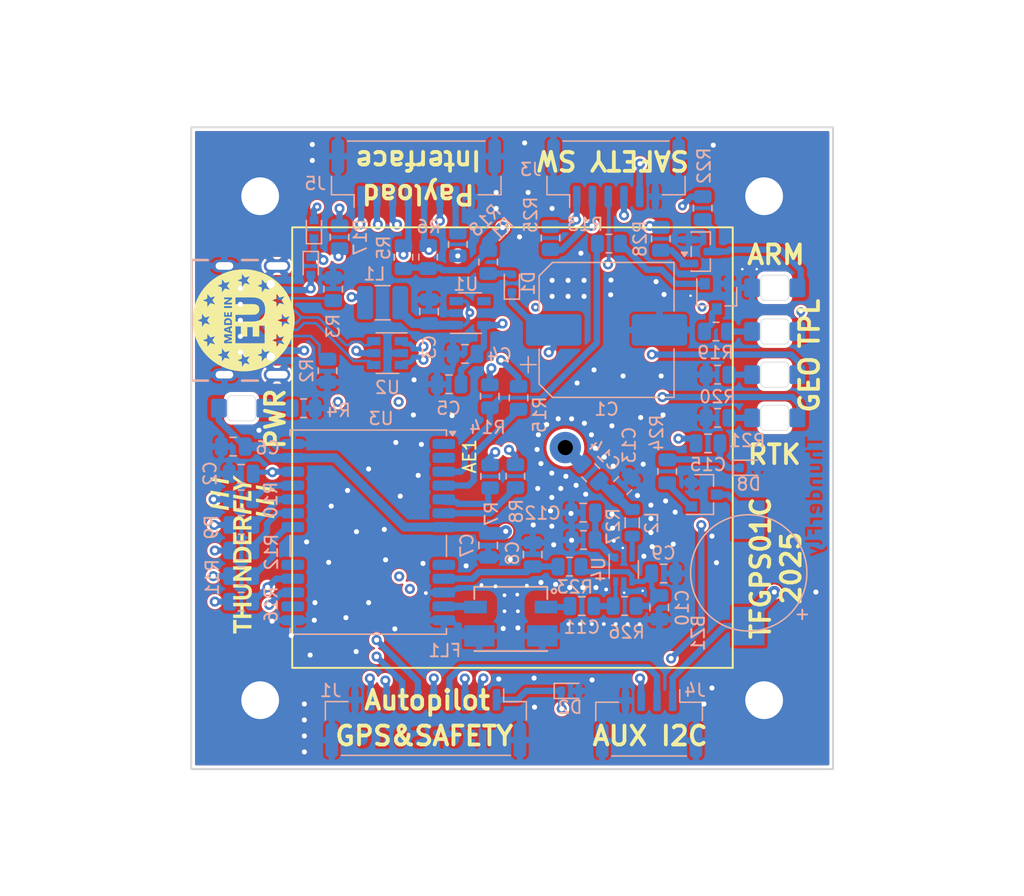
<source format=kicad_pcb>
(kicad_pcb (version 20241229) (generator "pcbnew") (generator_version "9.0")
  (title_block (title "TFGPS01C") (date "%d. %m. %Y") (rev "C") (company "ThunderFly s.r.o.") (comment 1 "UAV GNSS navigation module") (comment 2 "RTK and TF Payload ready"))
  (layers (0 "F.Cu" signal) (4 "In1.Cu" signal) (6 "In2.Cu" signal) (2 "B.Cu" signal) (13 "F.Paste" user) (15 "B.Paste" user) (5 "F.SilkS" user "F.Silkscreen") (7 "B.SilkS" user "B.Silkscreen") (1 "F.Mask" user) (3 "B.Mask" user) (25 "Edge.Cuts" user))
  (net 0 "")
  (net 1 "GND")
  (net 2 "/VBACKUP")
  (net 3 "/RF6")
  (net 4 "+3V3")
  (net 5 "+5VA")
  (net 6 "+5V")
  (net 7 "Net-(U3-VCC_RF)")
  (net 8 "Net-(U4-VCC)")
  (net 9 "Net-(U4-BIAS)")
  (net 10 "/D+")
  (net 11 "/D-")
  (net 12 "Net-(D8-K)")
  (net 13 "/RF2")
  (net 14 "/RF3")
  (net 15 "Net-(D1-A)")
  (net 16 "/RF5")
  (net 17 "Net-(D3-K)")
  (net 18 "/TIMEPULSE")
  (net 19 "/SAFETY_SW_LED")
  (net 20 "/RTK_STAT")
  (net 21 "/BUZZER")
  (net 22 "/GEO_STAT")
  (net 23 "/1-")
  (net 24 "/1+")
  (net 25 "Net-(D4-K)")
  (net 26 "/SAFETY_SW")
  (net 27 "Net-(D5-K)")
  (net 28 "Net-(D6-K)")
  (net 29 "Net-(D10-K)")
  (net 30 "/SDA1")
  (net 31 "/SCL1")
  (net 32 "/TX")
  (net 33 "/RX")
  (net 34 "/RF1")
  (net 36 "/SDA")
  (net 37 "/SCL")
  (net 38 "Net-(J2-CC2)")
  (net 39 "Net-(J2-CC1)")
  (net 41 "Net-(Q1-C)")
  (net 42 "Net-(Q1-B)")
  (net 43 "Net-(Q2-B)")
  (net 44 "Net-(Q3-B)")
  (net 45 "Net-(J5-Pad1)")
  (net 46 "/EXTINT")
  (net 47 "Net-(J5-Pad2)")
  (net 48 "Net-(J5-Pad3)")
  (net 49 "Net-(J5-Pad6)")
  (net 50 "Net-(J5-Pad7)")
  (net 51 "/D1-")
  (net 52 "/D1+")
  (net 53 "/RF4")
  (net 54 "Net-(U3-TXD{slash}SPI_MISO)")
  (net 55 "/ARM")
  (net 56 "/SAFE_VCC")
  (net 57 "Net-(U3-RXD{slash}SPI_MOSI)")
  (net 58 "Net-(U3-SDA{slash}~{SPI_CS})")
  (net 59 "Net-(U3-SCL{slash}SPI_CLK)")
  (net 65 "/VBUS")
  (net 67 "Net-(BZ1--)")
  (footprint "Mlab_Mechanical:MountingHole_3mm" (layer "F.Cu") (at 167.7185 118.189)
    (property "Reference" "M4" (hide yes))
    (property "Value" "HOLE" (hide yes))
  )
  (footprint "MLAB_LOGA:Made_in_EU" (layer "F.Cu") (at 126.365 88.009 90)
    (property "Reference" "G***" (hide yes))
    (property "Value" "LOGO" (hide yes))
  )
  (footprint "Mlab_Mechanical:MountingHole_3mm" (layer "F.Cu") (at 127.6785 118.189)
    (property "Reference" "M2" (hide yes))
    (property "Value" "HOLE" (hide yes))
  )
  (footprint "Mlab_Mechanical:MountingHole_3mm" (layer "F.Cu") (at 167.7185 78.149)
    (property "Reference" "M1" (hide yes))
    (property "Value" "HOLE" (hide yes))
  )
  (footprint "MLAB_ANT:GPS_CGGP.35.3.A.02" (layer "F.Cu") (at 165.2245 98.119 180)
    (property "Reference" "AE1")
    (property "Value" "Antenna")
  )
  (footprint "Mlab_Mechanical:MountingHole_3mm" (layer "F.Cu") (at 127.6785 78.149)
    (property "Reference" "M3" (hide yes))
    (property "Value" "HOLE" (hide yes))
  )
  (footprint "TF_LOGA:TF 14x6,6" (layer "F.Cu") (at 126.2634 106.68 90)
    (property "Reference" "G1" (hide yes))
    (property "Value" "LOGO" (hide yes))
  )
  (footprint "Diode_SMD:D_SOD-523" (layer "B.Cu") (at 147.6756 85.0646 90)
    (property "Reference" "D1")
    (property "Value" "BAS516")
  )
  (footprint "Resistor_SMD:R_0805_2012Metric" (layer "B.Cu") (at 164.018 95.756 180)
    (property "Reference" "R21")
    (property "Value" "100R")
  )
  (footprint "Package_TO_SOT_SMD:SOT-23-6" (layer "B.Cu") (at 137.7925 90.615 180)
    (property "Reference" "U2")
    (property "Value" "USBLC6-2SC6" (hide yes))
  )
  (footprint "Mlab_CON:USBC GCT_USB4105-GF-A" (layer "B.Cu") (at 124.8385 88.009 90)
    (property "Reference" "J2" (hide yes))
    (property "Value" "USBC_USB4105-GF-A" (hide yes))
  )
  (footprint "Resistor_SMD:R_0805_2012Metric" (layer "B.Cu") (at 148.2065 94.1685 90)
    (property "Reference" "R15")
    (property "Value" "33R")
  )
  (footprint "Package_TO_SOT_SMD:SOT-363_SC-70-6" (layer "B.Cu") (at 156.568055 107.804957 -90)
    (property "Reference" "U4")
    (property "Value" "MAX2655" (hide yes))
  )
  (footprint "Mlab_D:LED_1206_mill" (layer "B.Cu") (at 168.5585 95.756 180)
    (property "Reference" "D6" (hide yes))
    (property "Value" "GREEN" (hide yes))
    (fp_line (start 1.1 -0.7) (end 1.1 0.7) (stroke (width 0.05)) (layer "Edge.Cuts"))
    (fp_line (start 0.8 1) (end -0.8 1) (stroke (width 0.05)) (layer "Edge.Cuts"))
    (fp_line (start -0.8 -1) (end 0.8 -1) (stroke (width 0.05)) (layer "Edge.Cuts"))
    (fp_line (start -1.1 0.7) (end -1.1 -0.7) (stroke (width 0.05)) (layer "Edge.Cuts"))
    (fp_arc (start 1.1 0.7) (mid 1.012132 0.912132) (end 0.8 1) (stroke (width 0.05)) (layer "Edge.Cuts"))
    (fp_arc (start 0.8 -1) (mid 1.012132 -0.912132) (end 1.1 -0.7) (stroke (width 0.05)) (layer "Edge.Cuts"))
    (fp_arc (start -0.8 1) (mid -1.012132 0.912132) (end -1.1 0.7) (stroke (width 0.05)) (layer "Edge.Cuts"))
    (fp_arc (start -1.1 -0.7) (mid -1.012132 -0.912132) (end -0.8 -1) (stroke (width 0.05)) (layer "Edge.Cuts"))
  )
  (footprint "Package_TO_SOT_SMD:SOT-23" (layer "B.Cu") (at 163.9545 86.104 -90)
    (property "Reference" "Q1" (hide yes))
    (property "Value" "BC817-25" (hide yes))
  )
  (footprint "Resistor_SMD:R_0805_2012Metric" (layer "B.Cu") (at 126.172 108.329 180)
    (property "Reference" "R11")
    (property "Value" "33R")
  )
  (footprint "Resistor_SMD:R_0805_2012Metric" (layer "B.Cu") (at 145.9484 100.4062 90)
    (property "Reference" "R7")
    (property "Value" "33R")
  )
  (footprint "Capacitor_SMD:C_0805_2012Metric" (layer "B.Cu") (at 163.256 97.788)
    (property "Reference" "C15")
    (property "Value" "10uF")
  )
  (footprint "Resistor_SMD:R_0805_2012Metric" (layer "B.Cu") (at 153.368394 105.458598 180)
    (property "Reference" "R27")
    (property "Value" "390R")
  )
  (footprint "Connector_JST:JST_GH_SM08B-GHS-TB_1x08-1MP_P1.25mm_Horizontal" (layer "B.Cu") (at 140.0785 76.325)
    (property "Reference" "J5")
    (property "Value" "SM08B-GHS-TB")
  )
  (footprint "Resistor_SMD:R_0805_2012Metric" (layer "B.Cu") (at 155.382 81.913)
    (property "Reference" "R13")
    (property "Value" "10k")
  )
  (footprint "Mlab_D:LED_1206_mill" (layer "B.Cu") (at 168.5585 92.327 180)
    (property "Reference" "D5" (hide yes))
    (property "Value" "YELLOW" (hide yes))
    (fp_line (start 1.1 -0.7) (end 1.1 0.7) (stroke (width 0.05)) (layer "Edge.Cuts"))
    (fp_line (start 0.8 1) (end -0.8 1) (stroke (width 0.05)) (layer "Edge.Cuts"))
    (fp_line (start -0.8 -1) (end 0.8 -1) (stroke (width 0.05)) (layer "Edge.Cuts"))
    (fp_line (start -1.1 0.7) (end -1.1 -0.7) (stroke (width 0.05)) (layer "Edge.Cuts"))
    (fp_arc (start 1.1 0.7) (mid 1.012132 0.912132) (end 0.8 1) (stroke (width 0.05)) (layer "Edge.Cuts"))
    (fp_arc (start 0.8 -1) (mid 1.012132 -0.912132) (end 1.1 -0.7) (stroke (width 0.05)) (layer "Edge.Cuts"))
    (fp_arc (start -0.8 1) (mid -1.012132 0.912132) (end -1.1 0.7) (stroke (width 0.05)) (layer "Edge.Cuts"))
    (fp_arc (start -1.1 -0.7) (mid -1.012132 -0.912132) (end -0.8 -1) (stroke (width 0.05)) (layer "Edge.Cuts"))
  )
  (footprint "Capacitor_SMD:C_0805_2012Metric" (layer "B.Cu") (at 145.7935 105.889 -90)
    (property "Reference" "C7")
    (property "Value" "10uF")
  )
  (footprint "Diode_SMD:D_SOD-523" (layer "B.Cu") (at 131.9505 80.77 90)
    (property "Reference" "D9" (hide yes))
    (property "Value" "NSR05T40XV2T5G" (hide yes))
  )
  (footprint "Mlab_D:LED_1206_mill" (layer "B.Cu") (at 168.5585 88.898 180)
    (property "Reference" "D4" (hide yes))
    (property "Value" "RED" (hide yes))
    (fp_line (start 1.1 -0.7) (end 1.1 0.7) (stroke (width 0.05)) (layer "Edge.Cuts"))
    (fp_line (start 0.8 1) (end -0.8 1) (stroke (width 0.05)) (layer "Edge.Cuts"))
    (fp_line (start -0.8 -1) (end 0.8 -1) (stroke (width 0.05)) (layer "Edge.Cuts"))
    (fp_line (start -1.1 0.7) (end -1.1 -0.7) (stroke (width 0.05)) (layer "Edge.Cuts"))
    (fp_arc (start 1.1 0.7) (mid 1.012132 0.912132) (end 0.8 1) (stroke (width 0.05)) (layer "Edge.Cuts"))
    (fp_arc (start 0.8 -1) (mid 1.012132 -0.912132) (end 1.1 -0.7) (stroke (width 0.05)) (layer "Edge.Cuts"))
    (fp_arc (start -0.8 1) (mid -1.012132 0.912132) (end -1.1 0.7) (stroke (width 0.05)) (layer "Edge.Cuts"))
    (fp_arc (start -1.1 -0.7) (mid -1.012132 -0.912132) (end -0.8 -1) (stroke (width 0.05)) (layer "Edge.Cuts"))
  )
  (footprint "Capacitor_SMD:C_0805_2012Metric" (layer "B.Cu") (at 141.0945 87.3105 90)
    (property "Reference" "C3")
    (property "Value" "10uF")
  )
  (footprint "Capacitor_SMD:C_0805_2012Metric" (layer "B.Cu") (at 142.682 93.089 180)
    (property "Reference" "C5")
    (property "Value" "100nF")
  )
  (footprint "Resistor_SMD:R_0805_2012Metric" (layer "B.Cu") (at 141.0208 82.9818 90)
    (property "Reference" "R6")
    (property "Value" "10k")
  )
  (footprint "Diode_SMD:D_SOD-523" (layer "B.Cu") (at 152.2984 117.4496)
    (property "Reference" "D2")
    (property "Value" "BAS516")
  )
  (footprint "Capacitor_SMD:C_0805_2012Metric" (layer "B.Cu") (at 143.952 90.676 180)
    (property "Reference" "C4")
    (property "Value" "10uF")
  )
  (footprint "Resistor_SMD:R_0805_2012Metric" (layer "B.Cu") (at 164.018 92.327 180)
    (property "Reference" "R20")
    (property "Value" "100R")
  )
  (footprint "Resistor_SMD:R_0805_2012Metric" (layer "B.Cu") (at 160.0175 100.0105 -90)
    (property "Reference" "R24")
    (property "Value" "1k")
  )
  (footprint "Resistor_SMD:R_0805_2012Metric" (layer "B.Cu") (at 162.8394 79.0956 -90)
    (property "Reference" "R22")
    (property "Value" "100R")
  )
  (footprint "Connector_JST:JST_GH_SM04B-GHS-TB_1x04-1MP_P1.25mm_Horizontal" (layer "B.Cu") (at 158.5785 120.06 180)
    (property "Reference" "J4")
    (property "Value" "SM04B-GHS-TB")
  )
  (footprint "Resistor_SMD:R_0805_2012Metric" (layer "B.Cu") (at 133.4745 85.5325 90)
    (property "Reference" "R3")
    (property "Value" "5k1")
  )
  (footprint "Resistor_SMD:R_0805_2012Metric" (layer "B.Cu") (at 143.3805 81.9765 90)
    (property "Reference" "R18")
    (property "Value" "1k")
  )
  (footprint "Diode_SMD:D_SOD-523" (layer "B.Cu") (at 131.6965 83.691 -90)
    (property "Reference" "D10" (hide yes))
    (property "Value" "NSR05T40XV2T5G" (hide yes))
  )
  (footprint "Capacitor_SMD:C_0805_2012Metric" (layer "B.Cu") (at 125.537 98.042 180)
    (property "Reference" "C6")
    (property "Value" "10uF")
  )
  (footprint "Diode_SMD:D_SOD-523" (layer "B.Cu") (at 166.497 99.7204)
    (property "Reference" "D8")
    (property "Value" "BAS516")
  )
  (footprint "Resistor_SMD:R_0805_2012Metric" (layer "B.Cu") (at 133.9825 81.405 90)
    (property "Reference" "R17")
    (property "Value" "1k")
  )
  (footprint "Resistor_SMD:R_0805_2012Metric" (layer "B.Cu") (at 159.5095 81.532 -90)
    (property "Reference" "R28")
    (property "Value" "20k")
  )
  (footprint "Resistor_SMD:R_0805_2012Metric" (layer "B.Cu") (at 126.172 106.297 180)
    (property "Reference" "R12")
    (property "Value" "33R")
  )
  (footprint "Mlab_D:LED_1206_mill" (layer "B.Cu") (at 168.5585 85.422 180)
    (property "Reference" "D7" (hide yes))
    (property "Value" "BLUE" (hide yes))
    (fp_line (start 1.1 -0.7) (end 1.1 0.7) (stroke (width 0.05)) (layer "Edge.Cuts"))
    (fp_line (start 0.8 1) (end -0.8 1) (stroke (width 0.05)) (layer "Edge.Cuts"))
    (fp_line (start -0.8 -1) (end 0.8 -1) (stroke (width 0.05)) (layer "Edge.Cuts"))
    (fp_line (start -1.1 0.7) (end -1.1 -0.7) (stroke (width 0.05)) (layer "Edge.Cuts"))
    (fp_arc (start 1.1 0.7) (mid 1.012132 0.912132) (end 0.8 1) (stroke (width 0.05)) (layer "Edge.Cuts"))
    (fp_arc (start 0.8 -1) (mid 1.012132 -0.912132) (end 1.1 -0.7) (stroke (width 0.05)) (layer "Edge.Cuts"))
    (fp_arc (start -0.8 1) (mid -1.012132 0.912132) (end -1.1 0.7) (stroke (width 0.05)) (layer "Edge.Cuts"))
    (fp_arc (start -1.1 -0.7) (mid -1.012132 -0.912132) (end -0.8 -1) (stroke (width 0.05)) (layer "Edge.Cuts"))
  )
  (footprint "Inductor_SMD:L_1210_3225Metric" (layer "B.Cu") (at 137.4085 86.612)
    (property "Reference" "L1")
    (property "Value" "NL322522T-101K" (hide yes))
  )
  (footprint "Capacitor_SMD:C_0805_2012Metric" (layer "B.Cu") (at 153.235176 110.712098)
    (property "Reference" "C11")
    (property "Value" "100pF")
  )
  (footprint "Resistor_SMD:R_0805_2012Metric" (layer "B.Cu") (at 163.891 88.898 180)
    (property "Reference" "R19")
    (property "Value" "200R")
  )
  (footprint "Capacitor_SMD:C_0805_2012Metric" (layer "B.Cu") (at 156.483954 101.143696 -135)
    (property "Reference" "C13")
    (property "Value" "1p5F")
  )
  (footprint "Inductor_SMD:L_0805_2012Metric" (layer "B.Cu") (at 157.237648 104.093966 90)
    (property "Reference" "L2")
    (property "Value" "5n6H")
  )
  (footprint "RF_GPS:ublox_NEO" (layer "B.Cu") (at 136.2685 104.8365 180)
    (property "Reference" "U3")
    (property "Value" "NEO-M8P")
  )
  (footprint "Capacitor_SMD:C_0805_2012Metric" (layer "B.Cu") (at 149.328693 106.623592 90)
    (property "Reference" "C8")
    (property "Value" "10uF")
  )
  (footprint "Resistor_SMD:R_0805_2012Metric" (layer "B.Cu") (at 126.172 102.233 180)
    (property "Reference" "R10")
    (property "Value" "33R")
  )
  (footprint "Resistor_SMD:R_0805_2012Metric" (layer "B.Cu") (at 152.253309 107.580402 180)
    (property "Reference" "R23")
    (property "Value" "0R")
  )
  (footprint "Resistor_SMD:R_0805_2012Metric" (layer "B.Cu") (at 150.7465 81.4685 90)
    (property "Reference" "R25")
    (property "Value" "10k")
  )
  (footprint "Capacitor_SMD:C_0805_2012Metric" (layer "B.Cu") (at 159.3825 110.8182 -90)
    (property "Reference" "C10")
    (property "Value" "100pF")
  )
  (footprint "Resistor_SMD:R_0805_2012Metric" (layer "B.Cu") (at 139.0625 82.9925 90)
    (property "Reference" "R5")
    (property "Value" "10k")
  )
  (footprint "Connector_JST:JST_GH_SM06B-GHS-TB_1x06-1MP_P1.25mm_Horizontal" (layer "B.Cu") (at 155.9535 76.325)
    (property "Reference" "J3")
    (property "Value" "SM06B-GHS-TB")
  )
  (footprint "Resistor_SMD:R_0805_2012Metric" (layer "B.Cu") (at 126.172 110.361 180)
    (property "Reference" "R16")
    (property "Value" "33R")
  )
  (footprint "Resistor_SMD:R_0805_2012Metric" (layer "B.Cu") (at 147.9525 100.3915 90)
    (property "Reference" "R8")
    (property "Value" "33R")
  )
  (footprint "Capacitor_SMD:CP_Elec_10x10.5" (layer "B.Cu") (at 155.2005 88.771)
    (property "Reference" "C1")
    (property "Value" "0,1F" (hide yes))
  )
  (footprint "Resistor_SMD:R_0805_2012Metric" (layer "B.Cu") (at 145.7935 83.3735 -90)
    (property "Reference" "R1")
    (property "Value" "22R")
  )
  (footprint "Package_TO_SOT_SMD:SOT-23" (layer "B.Cu") (at 162.9385 101.852)
    (property "Reference" "Q2" (hide yes))
    (property "Value" "BC817-25" (hide yes))
  )
  (footprint "Resistor_SMD:R_0805_2012Metric" (layer "B.Cu") (at 131.125 94.994)
    (property "Reference" "R4")
    (property "Value" "200R")
  )
  (footprint "Capacitor_SMD:C_0805_2012Metric" (layer "B.Cu") (at 153.935962 100.11454 135)
    (property "Reference" "C14")
    (property "Value" "1n8F")
  )
  (footprint "Mlab_D:LED_1206_mill" (layer "B.Cu") (at 126.2035 94.994)
    (property "Reference" "D3" (hide yes))
    (property "Value" "RED" (hide yes))
    (fp_line (start -1.1 0.7) (end -1.1 -0.7) (stroke (width 0.05)) (layer "Edge.Cuts"))
    (fp_line (start -0.8 -1) (end 0.8 -1) (stroke (width 0.05)) (layer "Edge.Cuts"))
    (fp_line (start 0.8 1) (end -0.8 1) (stroke (width 0.05)) (layer "Edge.Cuts"))
    (fp_line (start 1.1 -0.7) (end 1.1 0.7) (stroke (width 0.05)) (layer "Edge.Cuts"))
    (fp_arc (start -1.1 -0.7) (mid -1.012132 -0.912132) (end -0.8 -1) (stroke (width 0.05)) (layer "Edge.Cuts"))
    (fp_arc (start -0.8 1) (mid -1.012132 0.912132) (end -1.1 0.7) (stroke (width 0.05)) (layer "Edge.Cuts"))
    (fp_arc (start 0.8 -1) (mid 1.012132 -0.912132) (end 1.1 -0.7) (stroke (width 0.05)) (layer "Edge.Cuts"))
    (fp_arc (start 1.1 0.7) (mid 1.012132 0.912132) (end 0.8 1) (stroke (width 0.05)) (layer "Edge.Cuts"))
  )
  (footprint "Capacitor_SMD:C_0805_2012Metric" (layer "B.Cu") (at 126.172 100.201 180)
    (property "Reference" "C2")
    (property "Value" "10uF")
  )
  (footprint "MLAB_SAW:SAW DBP.1575.W.A.30" (layer "B.Cu") (at 147.592079 110.785361 180)
    (property "Reference" "FL1")
    (property "Value" "DBP.1575.W.A.30" (hide yes))
  )
  (footprint "Package_TO_SOT_SMD:SOT-23-5" (layer "B.Cu") (at 144.3535 87.435)
    (property "Reference" "U1")
    (property "Value" "MIC5504-3.3YM5" (hide yes))
  )
  (footprint "Connector_JST:JST_GH_SM10B-GHS-TB_1x10-1MP_P1.25mm_Horizontal" (layer "B.Cu") (at 140.8405 120.013 180)
    (property "Reference" "J1")
    (property "Value" "SM10B-GHS-TB")
  )
  (footprint "Capacitor_SMD:C_0805_2012Metric" (layer "B.Cu") (at 153.349945 103.286824 180)
    (property "Reference" "C12")
    (property "Value" "100pF")
  )
  (footprint "Resistor_SMD:R_0805_2012Metric" (layer "B.Cu") (at 145.9205 94.0415 90)
    (property "Reference" "R14")
    (property "Value" "33R")
  )
  (footprint "Resistor_SMD:R_0805_2012Metric" (layer "B.Cu") (at 133.030001 92.009499 -90)
    (property "Reference" "R2")
    (property "Value" "5k1")
  )
  (footprint "Capacitor_SMD:C_0805_2012Metric" (layer "B.Cu") (at 159.73551 108.123392)
    (property "Reference" "C9")
    (property "Value" "680pF")
  )
  (footprint "Resistor_SMD:R_0805_2012Metric" (layer "B.Cu") (at 126.172 104.265 180)
    (property "Reference" "R9")
    (property "Value" "33R")
  )
  (footprint "MLAB_BUZZER:MagneticBuzzer_LET9032ES-03L-2.7-16-R" (layer "B.Cu") (at 166.4945 108.075 90)
    (property "Reference" "BZ1")
    (property "Value" "LET9032ES-03L-2.7-16-R" (hide yes))
  )
  (footprint "Package_TO_SOT_SMD:SOT-23" (layer "B.Cu") (at 162.6845 82.548)
    (property "Reference" "Q3" (hide yes))
    (property "Value" "BC817-25" (hide yes))
  )
  (footprint "Resistor_SMD:R_0805_2012Metric" (layer "B.Cu") (at 156.637384 110.704797 180)
    (property "Reference" "R26")
    (property "Value" "12k")
  )
  (gr_rect (start 122.2025 72.673) (end 173.1945 123.665) (stroke (width 0.15)) (fill no) (layer "Edge.Cuts"))
  (gr_text "ThunderFly" (at 172.4152 97.0788 90) (layer "B.Cu" knockout) (effects (font (size 1.2 1.2) (thickness 0.2)) (justify left bottom mirror)))
  (gr_text "TFGPS01C" (at 146.5834 122.0978 0) (layer "B.Cu" knockout) (effects (font (size 1.5 1.5) (thickness 0.3) (bold yes)) (justify left bottom mirror)))
  (gr_text "RTK" (at 168.5265 98.677 0) (layer "F.SilkS") (effects (font (size 1.5 1.5) (thickness 0.3))))
  (gr_text "Autopilot" (at 140.9421 118.1842 0) (layer "F.SilkS") (effects (font (size 1.5 1.5) (thickness 0.3))))
  (gr_text "Payload" (at 140.2309 78.0014 180) (layer "F.SilkS") (effects (font (size 1.5 1.5) (thickness 0.3))))
  (gr_text "ARM" (at 168.6535 82.802 0) (layer "F.SilkS") (effects (font (size 1.5 1.5) (thickness 0.3))))
  (gr_text "GEO" (at 171.3205 93.089 90) (layer "F.SilkS") (effects (font (size 1.5 1.5) (thickness 0.3))))
  (gr_text "TFGPS01C\n2025" (at 168.6535 107.694 90) (layer "F.SilkS") (effects (font (size 1.5 1.5) (thickness 0.3))))
  (gr_text "PWR" (at 128.8796 95.8342 90) (layer "F.SilkS") (effects (font (size 1.5 1.5) (thickness 0.3))))
  (gr_text "AUX I2C " (at 159.2301 121.029 0) (layer "F.SilkS") (effects (font (size 1.5 1.5) (thickness 0.3))))
  (gr_text "TPL" (at 171.3205 88.263 90) (layer "F.SilkS") (effects (font (size 1.5 1.5) (thickness 0.3))))
  (gr_text "SAFETY SW" (at 155.6741 75.309 180) (layer "F.SilkS") (effects (font (size 1.5 1.5) (thickness 0.3))))
  (gr_text "GPS&SAFETY" (at 140.7135 121.029 0) (layer "F.SilkS") (effects (font (size 1.5 1.5) (thickness 0.3))))
  (gr_text "Interface" (at 140.2309 75.309 180) (layer "F.SilkS") (effects (font (size 1.5 1.5) (thickness 0.3))))
  (via (at 139.8524 95.5294) (size 0.8) (drill 0.4) (layers "F.Cu" "B.Cu") (net 1))
  (via (at 163.6776 74.0918) (size 0.8) (drill 0.4) (layers "F.Cu" "B.Cu") (net 1))
  (via (at 158.7221 103.757) (size 0.8) (drill 0.4) (layers "F.Cu" "B.Cu") (net 1))
  (via (at 132.0292 110.4392) (size 0.8) (drill 0.4) (layers "F.Cu" "B.Cu") (net 1))
  (via (at 140.6144 107.322501) (size 0.8) (drill 0.4) (layers "F.Cu" "B.Cu") (net 1))
  (via (at 126.1085 85.469) (size 0.8) (drill 0.4) (layers "F.Cu" "B.Cu") (net 1))
  (via (at 126.1085 90.549) (size 0.8) (drill 0.4) (layers "F.Cu" "B.Cu") (net 1))
  (via (at 155.7249 99.5914) (size 0.8) (drill 0.4) (layers "F.Cu" "B.Cu") (net 1))
  (via (at 156.8765 112.139) (size 0.7) (drill 0.3) (layers "F.Cu" "B.Cu") (net 1))
  (via (at 153.4135 84.834) (size 0.8) (drill 0.4) (layers "F.Cu" "B.Cu") (net 1))
  (via (at 167.1295 83.945) (size 0.6) (drill 0.2) (layers "F.Cu" "B.Cu") (net 1))
  (via (at 130.1496 113.0554) (size 0.8) (drill 0.4) (layers "F.Cu" "B.Cu") (net 1))
  (via (at 157.8249 112.139) (size 0.7) (drill 0.3) (layers "F.Cu" "B.Cu") (net 1))
  (via (at 150.8481 104.3666) (size 0.8) (drill 0.4) (layers "F.Cu" "B.Cu") (net 1))
  (via (at 163.9316 107.2642) (size 0.8) (drill 0.4) (layers "F.Cu" "B.Cu") (net 1))
  (via (at 159.6873 95.5274) (size 0.8) (drill 0.4) (layers "F.Cu" "B.Cu") (net 1))
  (via (at 155.1661 109.3958) (size 0.7) (drill 0.3) (layers "F.Cu" "B.Cu") (net 1))
  (via (at 152.3721 103.3506) (size 0.8) (drill 0.4) (layers "F.Cu" "B.Cu") (net 1))
  (via (at 131.8235 74.039) (size 0.8) (drill 0.4) (layers "F.Cu" "B.Cu") (net 1))
  (via (at 145.2601 109.0402) (size 0.7) (drill 0.3) (layers "F.Cu" "B.Cu") (net 1))
  (via (at 138.4554 97.7138) (size 0.8) (drill 0.4) (layers "F.Cu" "B.Cu") (net 1))
  (via (at 153.0829 112.139) (size 0.7) (drill 0.3) (layers "F.Cu" "B.Cu") (net 1))
  (via (at 154.3025 98.169) (size 0.8) (drill 0.4) (layers "F.Cu" "B.Cu") (net 1))
  (via (at 150.7465 103.1474) (size 0.8) (drill 0.4) (layers "F.Cu" "B.Cu") (net 1))
  (via (at 134.493 111.633) (size 0.8) (drill 0.4) (layers "F.Cu" "B.Cu") (net 1))
  (via (at 153.9977 97.1022) (size 0.8) (drill 0.4) (layers "F.Cu" "B.Cu") (net 1))
  (via (at 152.8572 92.9894) (size 0.8) (drill 0.4) (layers "F.Cu" "B.Cu") (net 1))
  (via (at 149.440331 116.433) (size 0.8) (drill 0.4) (layers "F.Cu" "B.Cu") (net 1))
  (via (at 148.1557 111.123) (size 0.7) (drill 0.3) (layers "F.Cu" "B.Cu") (net 1))
  (via (at 134.62 101.5238) (size 0.8) (drill 0.4) (layers "F.Cu" "B.Cu") (net 1))
  (via (at 154.0485 116.584) (size 0.8) (drill 0.4) (layers "F.Cu" "B.Cu") (net 1))
  (via (at 146.4285 79.119) (size 0.8) (drill 0.4) (layers "F.Cu" "B.Cu") (net 1))
  (via (at 131.9784 111.8362) (size 0.8) (drill 0.4) (layers "F.Cu" "B.Cu") (net 1))
  (via (at 152.7785 101.1154) (size 0.8) (drill 0.4) (layers "F.Cu" "B.Cu") (net 1))
  (via (at 155.5242 85.979) (size 0.8) (drill 0.4) (layers "F.Cu" "B.Cu") (net 1))
  (via (at 142.9258 95.5802) (size 0.8) (drill 0.4) (layers "F.Cu" "B.Cu") (net 1))
  (via (at 153.5405 101.8266) (size 0.8) (drill 0.4) (layers "F.Cu" "B.Cu") (net 1))
  (via micro (at 156.598565 109.6498) (size 0.6) (drill 0.2) (layers "F.Cu" "B.Cu") (net 1))
  (via (at 152.1435 84.834) (size 0.8) (drill 0.4) (layers "F.Cu" "B.Cu") (net 1))
  (via (at 131.6482 114.6048) (size 0.8) (drill 0.4) (layers "F.Cu" "B.Cu") (net 1))
  (via (at 155.6741 104.519) (size 0.8) (drill 0.4) (layers "F.Cu" "B.Cu") (net 1))
  (via (at 147.5461 107.0082) (size 0.8) (drill 0.4) (layers "F.Cu" "B.Cu") (net 1))
  (via (at 162.9385 118.489) (size 0.8) (drill 0.4) (layers "F.Cu" "B.Cu") (net 1))
  (via (at 151.9657 100.4042) (size 0.8) (drill 0.4) (layers "F.Cu" "B.Cu") (net 1))
  (via (at 136.2964 99.822) (size 0.8) (drill 0.4) (layers "F.Cu" "B.Cu") (net 1))
  (via (at 157.9093 95.7306) (size 0.8) (drill 0.4) (layers "F.Cu" "B.Cu") (net 1))
  (via (at 146.3777 109.1418) (size 0.7) (drill 0.3) (layers "F.Cu" "B.Cu") (net 1))
  (via (at 157.6553 101.9282) (size 0.8) (drill 0.4) (layers "F.Cu" "B.Cu") (net 1))
  (via (at 151.5593 101.3694) (size 0.8) (drill 0.4) (layers "F.Cu" "B.Cu") (net 1))
  (via (at 139.9032 92.7354) (size 0.8) (drill 0.4) (layers "F.Cu" "B.Cu") (net 1))
  (via (at 152.1689 112.139) (size 0.7) (drill 0.3) (layers "F.Cu" "B.Cu") (net 1))
  (via (at 153.4389 96.1878) (size 0.8) (drill 0.4) (layers "F.Cu" "B.Cu") (net 1))
  (via (at 138.8085 101.979) (size 0.8) (drill 0.4) (layers "F.Cu" "B.Cu") (net 1))
  (via (at 154.3533 109.2434) (size 0.8) (drill 0.4) (layers "F.Cu" "B.Cu") (net 1))
  (via (at 135.3312 104.8004) (size 0.8) (drill 0.4) (layers "F.Cu" "B.Cu") (net 1))
  (via (at 158.7221 102.6902) (size 0.8) (drill 0.4) (layers "F.Cu" "B.Cu") (net 1))
  (via (at 131.1885 118.489) (size 0.8) (drill 0.4) (layers "F.Cu" "B.Cu") (net 1))
  (via (at 156.5148 92.4306) (size 0.8) (drill 0.4) (layers "F.Cu" "B.Cu") (net 1))
  (via (at 153.4135 86.104) (size 0.8) (drill 0.4) (layers "F.Cu" "B.Cu") (net 1))
  (via (at 149.6797 98.2706) (size 0.8) (drill 0.4) (layers "F.Cu" "B.Cu") (net 1))
  (via (at 149.3749 104.265) (size 0.8) (drill 0.4) (layers "F.Cu" "B.Cu") (net 1))
  (via micro (at 156.4869 106.0938) (size 0.6) (drill 0.2) (layers "F.Cu" "B.Cu") (net 1))
  (via (at 155.0137 98.8802) (size 0.8) (drill 0.4) (layers "F.Cu" "B.Cu") (net 1))
  (via (at 140.4874 97.8662) (size 0.8) (drill 0.4) (layers "F.Cu" "B.Cu") (net 1))
  (via (at 152.1435 86.104) (size 0.8) (drill 0.4) (layers "F.Cu" "B.Cu") (net 1))
  (via (at 131.8235 75.309) (size 0.8) (drill 0.4) (layers "F.Cu" "B.Cu") (net 1))
  (via (at 131.1885 121.029) (size 0.8) (drill 0.4) (layers "F.Cu" "B.Cu") (net 1))
  (via (at 165.9865 83.945) (size 0.6) (drill 0.2) (layers "F.Cu" "B.Cu") (net 1))
  (via (at 147.0889 111.123) (size 0.7) (drill 0.3) (layers "F.Cu" "B.Cu") (net 1))
  (via (at 148.6916 73.914) (size 0.8) (drill 0.4) (layers "F.Cu" "B.Cu") (net 1))
  (via (at 131.1885 119.759) (size 0.8) (drill 0.4) (layers "F.Cu" "B.Cu") (net 1))
  (via (at 131.3688 105.6132) (size 0.8) (drill 0.4) (layers "F.Cu" "B.Cu") (net 1))
  (via (at 158.1633 106.7542) (size 0.8) (drill 0.4) (layers "F.Cu" "B.Cu") (net 1))
  (via (at 137.541 104.6226) (size 0.8) (drill 0.4) (layers "F.Cu" "B.Cu") (net 1))
  (via (at 131.1885 122.299) (size 0.8) (drill 0.4) (layers "F.Cu" "B.Cu") (net 1))
  (via (at 155.5496 84.8106) (size 0.8) (drill 0.4) (layers "F.Cu" "B.Cu") (net 1))
  (via (at 148.8669 109.091) (size 0.7) (drill 0.3) (layers "F.Cu" "B.Cu") (net 1))
  (via (at 159.8905 102.36) (size 0.8) (drill 0.4) (layers "F.Cu" "B.Cu") (net 1))
  (via (at 138.3792 112.522) (size 0.8) (drill 0.4) (layers "F.Cu" "B.Cu") (net 1))
  (via (at 160.5001 105.789) (size 0.8) (drill 0.4) (layers "F.Cu" "B.Cu") (net 1))
  (via (at 140.2334 100.33) (size 0.8) (drill 0.4) (layers "F.Cu" "B.Cu") (net 1))
  (via (at 153.1595 82.675) (size 0.8) (drill 0.4) (layers "F.Cu" "B.Cu") (net 1))
  (via (at 150.4417 96.2894) (size 0.8) (drill 0.4) (layers "F.Cu" "B.Cu") (net 1))
  (via (at 149.4765 118.743) (size 0.8) (drill 0.4) (layers "F.Cu" "B.Cu") (net 1))
  (via (at 150.8735 86.104) (size 0.8) (drill 0.4) (layers "F.Cu" "B.Cu") (net 1))
  (via (at 149.7813 97.1022) (size 0.8) (drill 0.4) (layers "F.Cu" "B.Cu") (net 1))
  (via (at 151.3561 95.8322) (size 0.8) (drill 0.4) (layers "F.Cu" "B.Cu") (net 1))
  (via (at 150.8735 84.834) (size 0.8) (drill 0.4) (layers "F.Cu" "B.Cu") (net 1))
  (via (at 127.5842 96.7486) (size 0.8) (drill 0.4) (layers "F.Cu" "B.Cu") (net 1))
  (via (at 150.8481 102.0806) (size 0.8) (drill 0.4) (layers "F.Cu" "B.Cu") (net 1))
  (via (at 163.5735 117.219) (size 0.8) (drill 0.4) (layers "F.Cu" "B.Cu") (net 1))
  (via (at 158.7221 104.8746) (size 0.8) (drill 0.4) (layers "F.Cu" "B.Cu") (net 1))
  (via (at 154.9797 112.139) (size 0.7) (drill 0.3) (layers "F.Cu" "B.Cu") (net 1))
  (via (at 154.0313 112.139) (size 0.7) (drill 0.3) (layers "F.Cu" "B.Cu") (net 1))
  (via (at 149.9845 99.3882) (size 0.8) (drill 0.4) (layers "F.Cu" "B.Cu") (net 1))
  (via (at 126.1085 86.739) (size 0.8) (drill 0.4) (layers "F.Cu" "B.Cu") (net 1))
  (via (at 158.0642 109.4994) (size 0.6) (drill 0.2) (layers "F.Cu" "B.Cu") (net 1))
  (via (at 163.5735 105.154) (size 0.8) (drill 0.4) (layers "F.Cu" "B.Cu") (net 1))
  (via (at 150.8735 79.119) (size 0.8) (drill 0.4) (layers "F.Cu" "B.Cu") (net 1))
  (via (at 161.8742 86.0552) (size 0.6) (drill 0.2) (layers "F.Cu" "B.Cu") (net 1))
  (via (at 155.6233 103.4014) (size 0.8) (drill 0.4) (layers "F.Cu" "B.Cu") (net 1))
  (via (at 154.2034 91.948) (size 0.8) (drill 0.4) (layers "F.Cu" "B.Cu") (net 1))
  (via (at 152.2705 109.2434) (size 0.8) (drill 0.4) (layers "F.Cu" "B.Cu") (net 1))
  (via (at 148.1557 112.4438) (size 0.8) (drill 0.4) (layers "F.Cu" "B.Cu") (net 1))
  (via (at 126.1085 88.009) (size 0.8) (drill 0.4) (layers "F.Cu" "B.Cu") (net 1))
  (via (at 133.3246 102.7684) (size 0.8) (drill 0.4) (layers "F.Cu" "B.Cu") (net 1))
  (via (at 147.0889 109.853) (size 0.7) (drill 0.3) (layers "F.Cu" "B.Cu") (net 1))
  (via (at 146.4285 77.849) (size 0.8) (drill 0.4) (layers "F.Cu" "B.Cu") (net 1))
  (via (at 152.4229 105.4842) (size 0.8) (drill 0.4) (layers "F.Cu" "B.Cu") (net 1))
  (via (at 155.6233 96.391) (size 0.8) (drill 0.4) (layers "F.Cu" "B.Cu") (net 1))
  (via (at 126.1085 89.279) (size 0.8) (drill 0.4) (layers "F.Cu" "B.Cu") (net 1))
  (via (at 135.3058 114.3254) (size 0.8) (drill 0.4) (layers "F.Cu" "B.Cu") (net 1))
  (via (at 158.1125 99.439) (size 0.8) (drill 0.4) (layers "F.Cu" "B.Cu") (net 1))
  (via (at 149.7305 101.3694) (size 0.8) (drill 0.4) (layers "F.Cu" "B.Cu") (net 1))
  (via (at 149.9845 108.837) (size 0.8) (drill 0.4) (layers "F.Cu" "B.Cu") (net 1))
  (via (at 153.3119 109.2434) (size 0.8) (drill 0.4) (layers "F.Cu" "B.Cu") (net 1))
  (via (at 160.6525 103.249) (size 0.8) (drill 0.4) (layers "F.Cu" "B.Cu") (net 1))
  (via (at 133.1214 107.2388) (size 0.8) (drill 0.4) (layers "F.Cu" "B.Cu") (net 1))
  (via (at 137.6426 107.0356) (size 0.8) (drill 0.4) (layers "F.Cu" "B.Cu") (net 1))
  (via (at 136.2964 110.4392) (size 0.8) (drill 0.4) (layers "F.Cu" "B.Cu") (net 1))
  (via (at 159.766 85.9536) (size 0.8) (drill 0.4) (layers "F.Cu" "B.Cu") (net 1))
  (via (at 146.9873 112.4946) (size 0.8) (drill 0.4) (layers "F.Cu" "B.Cu") (net 1))
  (via (at 128.6256 111.9124) (size 0.8) (drill 0.4) (layers "F.Cu" "B.Cu") (net 1))
  (via (at 159.5374 92.4306) (size 0.8) (drill 0.4) (layers "F.Cu" "B.Cu") (net 1))
  (via (at 171.8285 109.599) (size 0.8) (drill 0.4) (layers "F.Cu" "B.Cu") (net 1))
  (via (at 159.131 84.9376) (size 0.8) (drill 0.4) (layers "F.Cu" "B.Cu") (net 1))
  (via (at 151.0005 105.8398) (size 0.8) (drill 0.4) (layers "F.Cu" "B.Cu") (net 1))
  (via (at 146.6342 116.5098) (size 0.8) (drill 0.4) (layers "F.Cu" "B.Cu") (net 1))
  (via (at 151.1529 108.9894) (size 0.8) (drill 0.4) (layers "F.Cu" "B.Cu") (net 1))
  (via (at 144.0409 107.5162) (size 0.8) (drill 0.4) (layers "F.Cu" "B.Cu") (net 1))
  (via (at 155.7757 105.535) (size 0.7) (drill 0.3) (layers "F.Cu" "B.Cu") (net 1))
  (via (at 140.843 109.6772) (size 0.7) (drill 0.3) (layers "F.Cu" "B.Cu") (net 1))
  (via (at 148.2852 81.3816) (size 0.8) (drill 0.4) (layers "F.Cu" "B.Cu") (net 1))
  (via (at 155.9281 112.139) (size 0.7) (drill 0.3) (layers "F.Cu" "B.Cu") (net 1))
  (via (at 158.8237 105.9922) (size 0.8) (drill 0.4) (layers "F.Cu" "B.Cu") (net 1))
  (via (at 150.8481 100.1502) (size 0.8) (drill 0.4) (layers "F.Cu" "B.Cu") (net 1))
  (via (at 152.4229 95.8322) (size 0.8) (drill 0.4) (layers "F.Cu" "B.Cu") (net 1))
  (via (at 148.9685 77.849) (size 0.8) (drill 0.4) (layers "F.Cu" "B.Cu") (net 1))
  (via (at 148.1049 109.8022) (size 0.7) (drill 0.3) (layers "F.Cu" "B.Cu") (net 1))
  (segment (start 143.208544 109.345) (end 143.418212 109.345) (width 0.4) (layer "B.Cu") (net 1))
  (segment (start 142.2685 109.6365) (end 142.917044 109.6365) (width 0.4) (layer "B.Cu") (net 1))
  (segment (start 156.568055 106.854957) (end 156.568055 106.414257) (width 0.4) (layer "B.Cu") (net 1))
  (segment (start 155.8265 105.672702) (end 155.8265 104.265) (width 0.4) (layer "B.Cu") (net 1))
  (segment (start 156.568055 109.61929) (end 156.598565 109.6498) (width 0.4) (layer "B.Cu") (net 1))
  (segment (start 156.568055 106.414257) (end 155.8265 105.672702) (width 0.4) (layer "B.Cu") (net 1))
  (segment (start 142.917044 109.6365) (end 143.208544 109.345) (width 0.4) (layer "B.Cu") (net 1))
  (segment (start 142.2685 111.8365) (end 142.8748 111.8365) (width 0.4) (layer "B.Cu") (net 1))
  (segment (start 156.568055 108.754957) (end 156.568055 109.61929) (width 0.4) (layer "B.Cu") (net 1))
  (segment (start 144.123661 113.085361) (end 145.092079 113.085361) (width 0.4) (layer "B.Cu") (net 1))
  (segment (start 142.8748 111.8365) (end 144.123661 113.085361) (width 0.4) (layer "B.Cu") (net 1))
  (via (at 150.604225 90.555979) (size 0.8) (drill 0.4) (layers "F.Cu" "B.Cu") (net 2))
  (via (at 128.6485 100.074) (size 0.8) (drill 0.4) (layers "F.Cu" "B.Cu") (net 2))
  (segment (start 130.2685 100.0365) (end 128.686 100.0365) (width 0.5) (layer "B.Cu") (net 2))
  (segment (start 151.0005 88.771) (end 151.0005 90.159704) (width 0.5) (layer "B.Cu") (net 2))
  (segment (start 151.0005 90.159704) (end 150.604225 90.555979) (width 0.5) (layer "B.Cu") (net 2))
  (segment (start 147.6756 86.5637) (end 149.8829 88.771) (width 0.5) (layer "B.Cu") (net 2))
  (segment (start 147.6756 85.7646) (end 147.6756 86.5637) (width 0.5) (layer "B.Cu") (net 2))
  (segment (start 128.6485 100.074) (end 127.2515 100.074) (width 0.4) (layer "B.Cu") (net 2))
  (segment (start 128.686 100.0365) (end 128.6485 100.074) (width 0.5) (layer "B.Cu") (net 2))
  (segment (start 127.2515 100.074) (end 127.1245 100.201) (width 0.4) (layer "B.Cu") (net 2))
  (segment (start 149.8829 88.771) (end 151.0005 88.771) (width 0.5) (layer "B.Cu") (net 2))
  (segment (start 151.9245 98.119) (end 152.1269 98.3214) (width 0.3) (layer "B.Cu") (net 3))
  (segment (start 153.262443 99.441021) (end 153.237721 99.441021) (width 0.5) (layer "B.Cu") (net 3))
  (segment (start 153.237721 99.441021) (end 153.215101 99.418401) (width 0.5) (layer "B.Cu") (net 3))
  (segment (start 153.262443 99.441021) (end 153.161521 99.441021) (width 0.261) (layer "B.Cu") (net 3))
  (segment (start 153.246521 99.441021) (end 153.262443 99.441021) (width 0.5) (layer "B.Cu") (net 3))
  (segment (start 153.161521 99.441021) (end 152.7785 99.058) (width 1) (layer "B.Cu") (net 3))
  (via (at 146.9365 88.263) (size 0.8) (drill 0.4) (layers "F.Cu" "B.Cu") (net 4))
  (via (at 146.9365 80.643) (size 0.8) (drill 0.4) (layers "F.Cu" "B.Cu") (net 4))
  (via (at 147.1905 104.773) (size 0.8) (drill 0.4) (layers "F.Cu" "B.Cu") (net 4))
  (segment (start 139.0625 83.945) (end 139.18399 83.82351) (width 0.5) (layer "B.Cu") (net 4))
  (segment (start 147.027 104.9365) (end 147.1905 104.773) (width 1) (layer "B.Cu") (net 4))
  (segment (start 133.6324 98.9365) (end 139.1324 104.4365) (width 0.7) (layer "B.Cu") (net 4))
  (segment (start 145.4535 90.127) (end 144.9045 90.676) (width 0.5) (layer "B.Cu") (net 4))
  (segment (start 130.2685 98.9365) (end 128.654 98.9365) (width 0.7) (layer "B.Cu") (net 4))
  (segment (start 124.2035 94.994) (end 124.4035 94.994) (width 0.5) (layer "B.Cu") (net 4))
  (segment (start 146.8145 88.385) (end 146.9365 88.263) (width 0.5) (layer "B.Cu") (net 4))
  (segment (start 130.2685 98.9365) (end 133.6324 98.9365) (width 0.7) (layer "B.Cu") (net 4))
  (segment (start 139.1324 104.4365) (end 142.2685 104.4365) (width 0.7) (layer "B.Cu") (net 4))
  (segment (start 142.2685 104.4365) (end 145.2935 104.4365) (width 0.7) (layer "B.Cu") (net 4))
  (segment (start 145.7935 82.421) (end 144.1913 84.0232) (width 0.5) (layer "B.Cu") (net 4))
  (segment (start 145.4535 88.385) (end 145.4535 90.127) (width 0.5) (layer "B.Cu") (net 4))
  (segment (start 127.7595 98.042) (end 126.4895 98.042) (width 0.7) (layer "B.Cu") (net 4))
  (segment (start 142.17768 84.0232) (end 141.97799 83.82351) (width 0.5) (layer "B.Cu") (net 4))
  (segment (start 145.7935 104.9365) (end 147.027 104.9365) (width 1) (layer "B.Cu") (net 4))
  (segment (start 139.18399 83.82351) (end 141.97799 83.82351) (width 0.5) (layer "B.Cu") (net 4))
  (segment (start 141.97799 83.82351) (end 141.35401 83.82351) (width 0.5) (layer "B.Cu") (net 4))
  (segment (start 124.4035 94.994) (end 124.4035 95.956) (width 0.5) (layer "B.Cu") (net 4))
  (segment (start 144.1913 84.0232) (end 142.17768 84.0232) (width 0.5) (layer "B.Cu") (net 4))
  (segment (start 128.654 98.9365) (end 127.7595 98.042) (width 0.7) (layer "B.Cu") (net 4))
  (segment (start 145.7935 81.786) (end 146.9365 80.643) (width 1) (layer "B.Cu") (net 4))
  (segment (start 145.2935 104.4365) (end 145.7935 104.9365) (width 0.7) (layer "B.Cu") (net 4))
  (segment (start 143.6345 93.089) (end 143.6345 91.946) (width 0.5) (layer "B.Cu") (net 4))
  (segment (start 124.4035 95.956) (end 126.4895 98.042) (width 0.5) (layer "B.Cu") (net 4))
  (segment (start 143.6345 91.946) (end 144.9045 90.676) (width 0.5) (layer "B.Cu") (net 4))
  (segment (start 145.4535 88.385) (end 146.8145 88.385) (width 0.5) (layer "B.Cu") (net 4))
  (segment (start 145.7935 82.421) (end 145.7935 81.786) (width 1) (layer "B.Cu") (net 4))
  (via (at 157.8585 75.563) (size 0.8) (drill 0.4) (layers "F.Cu" "B.Cu") (net 5))
  (via (at 151.6355 118.87) (size 0.8) (drill 0.4) (layers "F.Cu" "B.Cu") (net 5))
  (via (at 132.2045 78.992) (size 0.7) (drill 0.3) (layers "F.Cu" "B.Cu") (net 5))
  (via (at 168.5265 109.599) (size 0.8) (drill 0.4) (layers "F.Cu" "B.Cu") (net 5))
  (via (at 161.224 78.9285) (size 0.7) (drill 0.3) (layers "F.Cu" "B.Cu") (net 5))
  (segment (start 164.5555 112.3) (end 166.4945 112.3) (width 0.5) (layer "B.Cu") (net 5))
  (segment (start 157.8285 75.593) (end 157.8585 75.563) (width 0.5) (layer "B.Cu") (net 5))
  (segment (start 157.8285 78.175) (end 157.8285 75.593) (width 0.5) (layer "B.Cu") (net 5))
  (segment (start 161.9231 78.1831) (end 161.224 78.8822) (width 0.5) (layer "B.Cu") (net 5))
  (segment (start 161.224 78.8822) (end 161.224 78.9285) (width 0.5) (layer "B.Cu") (net 5))
  (segment (start 148.1052 118.163) (end 148.8186 117.4496) (width 0.5) (layer "B.Cu") (net 5))
  (segment (start 160.4535 116.402) (end 164.2085 112.647) (width 0.5) (layer "B.Cu") (net 5))
  (segment (start 164.2085 112.647) (end 164.5555 112.3) (width 0.5) (layer "B.Cu") (net 5))
  (segment (start 160.4535 118.21) (end 160.4535 116.402) (width 0.5) (layer "B.Cu") (net 5))
  (segment (start 151.5984 118.8329) (end 151.6355 118.87) (width 0.5) (layer "B.Cu") (net 5))
  (segment (start 151.5984 117.4496) (end 151.5984 118.8329) (width 0.5) (layer "B.Cu") (net 5))
  (segment (start 148.8186 117.4496) (end 151.5984 117.4496) (width 0.5) (layer "B.Cu") (net 5))
  (segment (start 131.9505 80.07) (end 131.9505 79.246) (width 0.5) (layer "B.Cu") (net 5))
  (segment (start 162.8394 78.1831) (end 161.9231 78.1831) (width 0.5) (layer "B.Cu") (net 5))
  (segment (start 166.4945 112.3) (end 166.4945 111.631) (width 1) (layer "B.Cu") (net 5))
  (segment (start 131.9505 79.246) (end 132.2045 78.992) (width 0.5) (layer "B.Cu") (net 5))
  (segment (start 166.4945 111.631) (end 168.5265 109.599) (width 1) (layer "B.Cu") (net 5))
  (segment (start 146.4655 118.163) (end 148.1052 118.163) (width 0.5) (layer "B.Cu") (net 5))
  (via (at 170.6372 87.3252) (size 0.7) (drill 0.3) (layers "F.Cu" "B.Cu") (net 6))
  (via (at 144.333502 87.4014) (size 0.7) (drill 0.3) (layers "F.Cu" "B.Cu") (net 6))
  (via (at 149.5552 86.971) (size 0.7) (drill 0.3) (layers "F.Cu" "B.Cu") (net 6))
  (via (at 162.7886 86.9696) (size 0.7) (drill 0.3) (layers "F.Cu" "B.Cu") (net 6))
  (segment (start 143.2535 88.385) (end 143.9189 88.385) (width 0.3) (layer "B.Cu") (net 6))
  (segment (start 144.1933 87.4014) (end 144.1933 86.6882) (width 0.3) (layer "B.Cu") (net 6))
  (segment (start 144.3203 87.388198) (end 144.333502 87.4014) (width 0.3) (layer "B.Cu") (net 6))
  (segment (start 139.5984 88.0618) (end 139.6238 88.0618) (width 0.7) (layer "B.Cu") (net 6))
  (segment (start 139.6238 88.0618) (end 139.825 88.263) (width 0.7) (layer "B.Cu") (net 6))
  (segment (start 170.6335 88.898) (end 170.6335 87.3289) (width 0.3) (layer "B.Cu") (net 6))
  (segment (start 170.6335 87.3289) (end 170.6372 87.3252) (width 0.3) (layer "B.Cu") (net 6))
  (segment (start 143.9901 86.485) (end 143.2535 86.485) (width 0.3) (layer "B.Cu") (net 6))
  (segment (start 139.825 88.263) (end 141.0945 88.263) (width 0.7) (layer "B.Cu") (net 6))
  (segment (start 144.1933 87.4014) (end 144.206502 87.388198) (width 0.3) (layer "B.Cu") (net 6))
  (segment (start 143.9189 88.385) (end 144.1933 88.1106) (width 0.3) (layer "B.Cu") (net 6))
  (segment (start 144.206502 87.388198) (end 144.3203 87.388198) (width 0.3) (layer "B.Cu") (net 6))
  (segment (start 144.1933 88.1106) (end 144.1933 87.4014) (width 0.3) (layer "B.Cu") (net 6))
  (segment (start 141.0945 88.263) (end 141.2165 88.385) (width 0.7) (layer "B.Cu") (net 6))
  (segment (start 141.2165 88.385) (end 143.2535 88.385) (width 0.7) (layer "B.Cu") (net 6))
  (segment (start 138.8085 86.612) (end 138.8085 87.2719) (width 0.7) (layer "B.Cu") (net 6))
  (segment (start 144.1933 86.6882) (end 143.9901 86.485) (width 0.3) (layer "B.Cu") (net 6))
  (segment (start 138.8085 87.2719) (end 139.5984 88.0618) (width 0.7) (layer "B.Cu") (net 6))
  (segment (start 149.328693 107.576092) (end 148.893285 108.0115) (width 0.5) (layer "B.Cu") (net 7))
  (segment (start 148.893285 108.0115) (end 145.0739 108.0115) (width 0.5) (layer "B.Cu") (net 7))
  (segment (start 145.0739 108.0115) (end 144.5489 108.5365) (width 0.5) (layer "B.Cu") (net 7))
  (segment (start 149.328693 107.576092) (end 151.296499 107.576092) (width 0.5) (layer "B.Cu") (net 7))
  (segment (start 144.5489 108.5365) (end 142.2685 108.5365) (width 0.5) (layer "B.Cu") (net 7))
  (segment (start 151.296499 107.576092) (end 151.300809 107.580402) (width 0.5) (layer "B.Cu") (net 7))
  (segment (start 156.883745 107.979947) (end 157.218055 108.314257) (width 0.4) (layer "B.Cu") (net 8))
  (segment (start 153.205809 107.824149) (end 153.361607 107.979947) (width 0.5) (layer "B.Cu") (net 8))
  (segment (start 158.78301 109.26621) (end 159.3825 109.8657) (width 0.4) (layer "B.Cu") (net 8))
  (segment (start 157.589884 110.704797) (end 157.589884 110.547809) (width 0.5) (layer "B.Cu") (net 8))
  (segment (start 157.218055 108.754957) (end 158.151445 108.754957) (width 0.4) (layer "B.Cu") (net 8))
  (segment (start 157.589884 110.704797) (end 158.543403 110.704797) (width 0.5) (layer "B.Cu") (net 8))
  (segment (start 158.151445 108.754957) (end 158.78301 108.123392) (width 0.4) (layer "B.Cu") (net 8))
  (segment (start 158.78301 108.123392) (end 158.78301 109.26621) (width 0.4) (layer "B.Cu") (net 8))
  (segment (start 153.361607 107.979947) (end 156.883745 107.979947) (width 0.4) (layer "B.Cu") (net 8))
  (segment (start 153.205809 107.580402) (end 153.205809 107.824149) (width 0.5) (layer "B.Cu") (net 8))
  (segment (start 158.543403 110.704797) (end 159.3825 109.8657) (width 0.5) (layer "B.Cu") (net 8))
  (segment (start 157.218055 108.314257) (end 157.218055 108.754957) (width 0.4) (layer "B.Cu") (net 8))
  (segment (start 154.320894 105.458598) (end 155.119123 106.256827) (width 0.5) (layer "B.Cu") (net 9))
  (segment (start 155.119123 106.297009) (end 155.677071 106.854957) (width 0.5) (layer "B.Cu") (net 9))
  (segment (start 154.302445 105.440149) (end 154.320894 105.458598) (width 0.5) (layer "B.Cu") (net 9))
  (segment (start 155.677071 106.854957) (end 155.918055 106.854957) (width 0.5) (layer "B.Cu") (net 9))
  (segment (start 154.302445 103.286824) (end 154.302445 105.440149) (width 0.5) (layer "B.Cu") (net 9))
  (segment (start 155.119123 106.256827) (end 155.119123 106.297009) (width 0.5) (layer "B.Cu") (net 9))
  (segment (start 136.6925 89.665) (end 136.36751 89.98999) (width 0.2) (layer "B.Cu") (net 10))
  (segment (start 130.97309 87.784) (end 131.1595 87.784) (width 0.2) (layer "B.Cu") (net 10))
  (segment (start 134.481599 89.967899) (end 132.2977 87.784) (width 0.2) (layer "B.Cu") (net 10))
  (segment (start 134.735599 89.967899) (end 134.481599 89.967899) (width 0.2) (layer "B.Cu") (net 10))
  (segment (start 135.921492 89.98999) (end 135.653501 89.721999) (width 0.2) (layer "B.Cu") (net 10))
  (segment (start 134.981499 89.721999) (end 134.735599 89.967899) (width 0.2) (layer "B.Cu") (net 10))
  (segment (start 136.36751 89.98999) (end 135.921492 89.98999) (width 0.2) (layer "B.Cu") (net 10))
  (segment (start 130.49809 88.259) (end 130.97309 87.784) (width 0.2) (layer "B.Cu") (net 10))
  (segment (start 130.44809 87.259) (end 130.97309 87.784) (width 0.2) (layer "B.Cu") (net 10))
  (segment (start 135.653501 89.721999) (end 134.981499 89.721999) (width 0.2) (layer "B.Cu") (net 10))
  (segment (start 129.5935 88.259) (end 130.49809 88.259) (width 0.2) (layer "B.Cu") (net 10))
  (segment (start 129.5935 87.259) (end 130.44809 87.259) (width 0.2) (layer "B.Cu") (net 10))
  (segment (start 132.2977 87.784) (end 131.1595 87.784) (width 0.2) (layer "B.Cu") (net 10))
  (segment (start 134.2044 90.3271) (end 134.957499 91.080199) (width 0.2) (layer "B.Cu") (net 11))
  (segment (start 135.099508 91.24001) (end 134.957499 91.098001) (width 0.2) (layer "B.Cu") (net 11))
  (segment (start 136.6925 91.565) (end 136.36751 91.24001) (width 0.2) (layer "B.Cu") (net 11))
  (segment (start 127.9652 88.5957) (end 128.1285 88.759) (width 0.2) (layer "B.Cu") (net 11))
  (segment (start 134.2044 90.3271) (end 132.1113 88.234) (width 0.2) (layer "B.Cu") (net 11))
  (segment (start 134.957499 91.080199) (end 134.957499 91.098001) (width 0.2) (layer "B.Cu") (net 11))
  (segment (start 128.1445 87.759) (end 127.9652 87.9383) (width 0.2) (layer "B.Cu") (net 11))
  (segment (start 132.1113 88.234) (end 131.1595 88.234) (width 0.2) (layer "B.Cu") (net 11))
  (segment (start 136.36751 91.24001) (end 135.099508 91.24001) (width 0.2) (layer "B.Cu") (net 11))
  (segment (start 128.1285 88.759) (end 129.5935 88.759) (width 0.2) (layer "B.Cu") (net 11))
  (segment (start 127.9652 87.9383) (end 127.9652 88.5957) (width 0.2) (layer "B.Cu") (net 11))
  (segment (start 130.6345 88.759) (end 131.1595 88.234) (width 0.2) (layer "B.Cu") (net 11))
  (segment (start 129.5935 88.759) (end 130.6345 88.759) (width 0.2) (layer "B.Cu") (net 11))
  (segment (start 129.5935 87.759) (end 128.1445 87.759) (width 0.2) (layer "B.Cu") (net 11))
  (segment (start 164.2085 99.058) (end 164.8709 99.7204) (width 0.5) (layer "B.Cu") (net 12))
  (segment (start 164.2085 97.788) (end 164.2085 99.058) (width 0.5) (layer "B.Cu") (net 12))
  (segment (start 164.8709 99.7204) (end 165.797 99.7204) (width 0.5) (layer "B.Cu") (net 12))
  (segment (start 164.2085 99.058) (end 160.0175 99.058) (width 0.5) (layer "B.Cu") (net 12))
  (segment (start 152.209413 110.785361) (end 152.282676 110.712098) (width 0.261) (layer "B.Cu") (net 13))
  (segment (start 150.392079 110.785361) (end 152.209413 110.785361) (width 0.5) (layer "B.Cu") (net 13))
  (segment (start 155.918055 110.471626) (end 155.684884 110.704797) (width 0.261) (layer "B.Cu") (net 14))
  (segment (start 154.187676 110.712098) (end 155.677583 110.712098) (width 0.5) (layer "B.Cu") (net 14))
  (segment (start 155.677583 110.712098) (end 155.684884 110.704797) (width 0.261) (layer "B.Cu") (net 14))
  (segment (start 155.918055 108.754957) (end 155.918055 110.471626) (width 0.3) (layer "B.Cu") (net 14))
  (segment (start 145.7935 84.286) (end 147.597 84.286) (width 0.5) (layer "B.Cu") (net 15))
  (segment (start 145.7935 84.326) (end 146.2305 84.326) (width 0.5) (layer "B.Cu") (net 15))
  (segment (start 147.597 84.286) (end 147.6756 84.3646) (width 0.5) (layer "B.Cu") (net 15))
  (segment (start 155.810435 101.817215) (end 155.638637 101.817215) (width 0.261) (layer "B.Cu") (net 16))
  (segment (start 154.609481 100.788059) (end 154.884241 100.788059) (width 0.5) (layer "B.Cu") (net 16))
  (segment (start 157.068758 103.141466) (end 157.237648 103.141466) (width 0.5) (layer "B.Cu") (net 16))
  (segment (start 157.134686 103.141466) (end 155.810435 101.817215) (width 0.7) (layer "B.Cu") (net 16))
  (segment (start 155.638637 101.817215) (end 154.609481 100.788059) (width 0.7) (layer "B.Cu") (net 16))
  (segment (start 157.237648 103.141466) (end 157.134686 103.141466) (width 0.261) (layer "B.Cu") (net 16))
  (segment (start 128.2035 94.994) (end 130.1725 94.994) (width 0.5) (layer "B.Cu") (net 17))
  (segment (start 154.4295 81.913) (end 154.4295 89.802034) (width 0.5) (layer "B.Cu") (net 18))
  (segment (start 143.94498 99.693) (end 143.94498 98.23952) (width 0.5) (layer "B.Cu") (net 18))
  (segment (start 154.4295 89.802034) (end 153.992517 90.239017) (width 0.5) (layer "B.Cu") (net 18))
  (segment (start 146.7567 94.1578) (end 149.936354 94.1578) (width 0.3) (layer "B.Cu") (net 18))
  (segment (start 143.60148 100.0365) (end 143.94498 99.693) (width 0.5) (layer "B.Cu") (net 18))
  (segment (start 153.103517 91.128017) (end 153.738517 90.493017) (width 0.5) (layer "B.Cu") (net 18))
  (segment (start 145.9205 96.264) (end 145.9205 94.994) (width 0.5) (layer "B.Cu") (net 18))
  (segment (start 153.992517 90.239017) (end 153.738517 90.493017) (width 0.5) (layer "B.Cu") (net 18))
  (segment (start 143.94498 98.23952) (end 145.9205 96.264) (width 0.5) (layer "B.Cu") (net 18))
  (segment (start 149.936354 94.1578) (end 150.005044 94.22649) (width 0.3) (layer "B.Cu") (net 18))
  (segment (start 150.005044 94.22649) (end 153.103517 91.128017) (width 0.5) (layer "B.Cu") (net 18))
  (segment (start 145.9205 94.994) (end 146.68801 94.22649) (width 0.5) (layer "B.Cu") (net 18))
  (segment (start 146.68801 94.22649) (end 146.7567 94.1578) (width 0.3) (layer "B.Cu") (net 18))
  (segment (start 154.263501 89.968033) (end 153.992517 90.239017) (width 0.5) (layer "B.Cu") (net 18))
  (segment (start 142.2685 100.0365) (end 143.60148 100.0365) (width 0.5) (layer "B.Cu") (net 18))
  (via (at 136.924752 114.725652) (size 0.8) (drill 0.4) (layers "F.Cu" "B.Cu") (net 19))
  (via (at 158.630188 80.506312) (size 0.8) (drill 0.4) (layers "F.Cu" "B.Cu") (net 19))
  (via (at 154.0485 80.516) (size 0.8) (drill 0.4) (layers "F.Cu" "B.Cu") (net 19))
  (segment (start 154.0485 80.516) (end 153.5405 80.516) (width 0.5) (layer "B.Cu") (net 19))
  (segment (start 138.9655 118.163) (end 138.9655 116.7664) (width 0.5) (layer "B.Cu") (net 19))
  (segment (start 138.9655 116.7664) (end 136.924752 114.725652) (width 0.5) (layer "B.Cu") (net 19))
  (segment (start 159.5095 80.5795) (end 158.703376 80.5795) (width 0.5) (layer "B.Cu") (net 19))
  (segment (start 154.0785 78.175) (end 154.0785 80.486) (width 0.5) (layer "B.Cu") (net 19))
  (segment (start 151.6355 82.421) (end 150.7465 82.421) (width 0.5) (layer "B.Cu") (net 19))
  (segment (start 154.0785 80.486) (end 154.0485 80.516) (width 0.5) (layer "B.Cu") (net 19))
  (segment (start 153.9215 80.389) (end 154.0485 80.516) (width 0.5) (layer "B.Cu") (net 19))
  (segment (start 153.5405 80.516) (end 151.6355 82.421) (width 0.5) (layer "B.Cu") (net 19))
  (segment (start 158.703376 80.5795) (end 158.630188 80.506312) (width 0.5) (layer "B.Cu") (net 19))
  (via (at 159.6365 94.105) (size 0.8) (drill 0.4) (layers "F.Cu" "B.Cu") (net 20))
  (via (at 139.5705 109.345) (size 0.8) (drill 0.4) (layers "F.Cu" "B.Cu") (net 20))
  (via (at 128.3945 110.615) (size 0.8) (drill 0.4) (layers "F.Cu" "B.Cu") (net 20))
  (segment (start 169.9494 94.105) (end 159.6365 94.105) (width 0.5) (layer "B.Cu") (net 20))
  (segment (start 170.5585 94.7141) (end 169.9494 94.105) (width 0.5) (layer "B.Cu") (net 20))
  (segment (start 170.5585 95.756) (end 170.5585 94.7141) (width 0.5) (layer "B.Cu") (net 20))
  (segment (start 130.2685 109.6365) (end 129.373 109.6365) (width 0.5) (layer "B.Cu") (net 20))
  (segment (start 129.373 109.6365) (end 128.3945 110.615) (width 0.5) (layer "B.Cu") (net 20))
  (via (at 160.9065 97.407) (size 0.8) (drill 0.4) (layers "F.Cu" "B.Cu") (net 21))
  (via (at 156.5885 79.666) (size 0.8) (drill 0.4) (layers "F.Cu" "B.Cu") (net 21))
  (via (at 162.723499 104.280003) (size 0.8) (drill 0.4) (layers "F.Cu" "B.Cu") (net 21))
  (via (at 136.3955 116.457) (size 0.8) (drill 0.4) (layers "F.Cu" "B.Cu") (net 21))
  (via (at 160.328574 114.876861) (size 0.8) (drill 0.4) (layers "F.Cu" "B.Cu") (net 21))
  (segment (start 162.723499 112.481936) (end 162.3035 112.901935) (width 0.5) (layer "B.Cu") (net 21))
  (segment (start 160.9065 97.407) (end 161.9225 97.407) (width 0.5) (layer "B.Cu") (net 21))
  (segment (start 136.4655 118.163) (end 136.4655 116.527) (width 0.5) (layer "B.Cu") (net 21))
  (segment (start 156.5785 79.656) (end 156.5885 79.666) (width 0.5) (layer "B.Cu") (net 21))
  (segment (start 160.328574 114.876861) (end 162.3035 112.901935) (width 0.5) (layer "B.Cu") (net 21))
  (segment (start 136.4655 116.527) (end 136.3955 116.457) (width 0.5) (layer "B.Cu") (net 21))
  (segment (start 161.9225 97.407) (end 162.3035 97.788) (width 0.5) (layer "B.Cu") (net 21))
  (segment (start 162.723499 104.280003) (end 162.723499 112.481936) (width 0.5) (layer "B.Cu") (net 21))
  (segment (start 156.5785 78.175) (end 156.5785 79.656) (width 0.5) (layer "B.Cu") (net 21))
  (via (at 138.72049 108.356215) (size 0.8) (drill 0.4) (layers "F.Cu" "B.Cu") (net 22))
  (via (at 158.798499 90.726999) (size 0.8) (drill 0.4) (layers "F.Cu" "B.Cu") (net 22))
  (via (at 128.2675 109.218) (size 0.8) (drill 0.4) (layers "F.Cu" "B.Cu") (net 22))
  (segment (start 128.949 108.5365) (end 128.2675 109.218) (width 0.5) (layer "B.Cu") (net 22))
  (segment (start 169.859497 90.726999) (end 158.798499 90.726999) (width 0.5) (layer "B.Cu") (net 22))
  (segment (start 130.2685 108.5365) (end 128.949 108.5365) (width 0.5) (layer "B.Cu") (net 22))
  (segment (start 127.1245 110.361) (end 128.2675 109.218) (width 0.5) (layer "B.Cu") (net 22))
  (segment (start 170.5102 91.377702) (end 169.859497 90.726999) (width 0.5) (layer "B.Cu") (net 22))
  (segment (start 170.5585 92.327) (end 170.5102 92.2787) (width 0.5) (layer "B.Cu") (net 22))
  (segment (start 170.5102 92.2787) (end 170.5102 91.377702) (width 0.5) (layer "B.Cu") (net 22))
  (segment (start 143.258454 102.43649) (end 143.408464 102.5865) (width 0.5) (layer "B.Cu") (net 23))
  (segment (start 145.649339 102.5865) (end 145.7935 102.442339) (width 0.5) (layer "B.Cu") (net 23))
  (segment (start 143.408464 102.5865) (end 145.649339 102.5865) (width 0.5) (layer "B.Cu") (net 23))
  (segment (start 145.7935 102.442339) (end 145.7935 101.344) (width 0.5) (layer "B.Cu") (net 23))
  (segment (start 142.46849 102.43649) (end 143.258454 102.43649) (width 0.5) (layer "B.Cu") (net 23))
  (segment (start 142.2685 102.2365) (end 142.46849 102.43649) (width 0.5) (layer "B.Cu") (net 23))
  (segment (start 146.32383 102.97267) (end 147.9525 101.344) (width 0.5) (layer "B.Cu") (net 24))
  (segment (start 145.96 103.3365) (end 146.32383 102.97267) (width 0.5) (layer "B.Cu") (net 24))
  (segment (start 142.2685 103.3365) (end 145.96 103.3365) (width 0.5) (layer "B.Cu") (net 24))
  (segment (start 166.4835 88.898) (end 164.8435 88.898) (width 0.5) (layer "B.Cu") (net 25))
  (via (at 136.9289 113.409) (size 0.8) (drill 0.4) (layers "F.Cu" "B.Cu") (net 26))
  (via (at 155.3185 83.564) (size 0.8) (drill 0.4) (layers "F.Cu" "B.Cu") (net 26))
  (segment (start 155.3718 78.2183) (end 155.3718 83.5107) (width 0.3) (layer "B.Cu") (net 26))
  (segment (start 155.3285 83.554) (end 155.3185 83.564) (width 0.5) (layer "B.Cu") (net 26))
  (segment (start 140.2155 116.6956) (end 136.9289 113.409) (width 0.5) (layer "B.Cu") (net 26))
  (segment (start 140.2155 118.163) (end 140.2155 116.6956) (width 0.5) (layer "B.Cu") (net 26))
  (segment (start 155.3718 83.5107) (end 155.3285 83.554) (width 0.3) (layer "B.Cu") (net 26))
  (segment (start 155.3285 78.175) (end 155.3718 78.2183) (width 0.3) (layer "B.Cu") (net 26))
  (segment (start 164.9705 92.327) (end 166.5585 92.327) (width 0.5) (layer "B.Cu") (net 27))
  (segment (start 164.9705 95.756) (end 166.5585 95.756) (width 0.5) (layer "B.Cu") (net 28))
  (via (at 134.9385 86.159) (size 0.8) (drill 0.4) (layers "F.Cu" "B.Cu") (net 29))
  (via (at 132.6985 83.219) (size 0.8) (drill 0.4) (layers "F.Cu" "B.Cu") (net 29))
  (segment (start 132.4705 82.991) (end 132.6985 83.219) (width 0.5) (layer "B.Cu") (net 29))
  (segment (start 132.6985 83.219) (end 132.0865 82.607) (width 0.5) (layer "B.Cu") (net 29))
  (segment (start 132.0865 82.607) (end 131.9505 82.607) (width 0.5) (layer "B.Cu") (net 29))
  (segment (start 135.5555 86.159) (end 136.0085 86.612) (width 0.5) (layer "B.Cu") (net 29))
  (segment (start 134.9385 86.159) (end 135.5555 86.159) (width 0.5) (layer "B.Cu") (net 29))
  (segment (start 131.9505 82.737) (end 131.6965 82.991) (width 0.5) (layer "B.Cu") (net 29))
  (segment (start 136.0085 85.971) (end 135.6335 85.596) (width 0.5) (layer "B.Cu") (net 29))
  (segment (start 136.0085 85.844) (end 136.0085 86.612) (width 0.5) (layer "B.Cu") (net 29))
  (segment (start 135.6335 85.596) (end 135.6335 86.237) (width 0.5) (layer "B.Cu") (net 29))
  (segment (start 131.9505 81.47) (end 131.9505 82.607) (width 0.5) (layer "B.Cu") (net 29))
  (segment (start 135.6335 86.237) (end 136.0085 86.612) (width 0.5) (layer "B.Cu") (net 29))
  (segment (start 136.0085 86.612) (end 136.0085 85.971) (width 0.5) (layer "B.Cu") (net 29))
  (segment (start 131.6965 82.991) (end 132.4705 82.991) (width 0.5) (layer "B.Cu") (net 29))
  (segment (start 131.9505 82.607) (end 131.9505 82.737) (width 0.5) (layer "B.Cu") (net 29))
  (via (at 141.4755 116.457) (size 0.8) (drill 0.4) (layers "F.Cu" "B.Cu") (net 30))
  (via (at 157.8585 116.457) (size 0.8) (drill 0.4) (layers "F.Cu" "B.Cu") (net 30))
  (segment (start 157.9535 116.552) (end 157.8585 116.457) (width 0.5) (layer "B.Cu") (net 30))
  (segment (start 141.4655 116.467) (end 141.4755 116.457) (width 0.5) (layer "B.Cu") (net 30))
  (segment (start 157.9535 118.21) (end 157.9535 116.552) (width 0.5) (layer "B.Cu") (net 30))
  (segment (start 141.4655 118.163) (end 141.4655 116.467) (width 0.5) (layer "B.Cu") (net 30))
  (segment (start 142.7155 116.487) (end 143.61951 115.58299) (width 0.5) (layer "B.Cu") (net 31))
  (segment (start 159.2035 116.278) (end 159.2035 118.21) (width 0.5) (layer "B.Cu") (net 31))
  (segment (start 143.61951 115.58299) (end 158.50849 115.58299) (width 0.5) (layer "B.Cu") (net 31))
  (segment (start 158.50849 115.58299) (end 159.2035 116.278) (width 0.5) (layer "B.Cu") (net 31))
  (segment (start 142.7155 118.163) (end 142.7155 116.487) (width 0.5) (layer "B.Cu") (net 31))
  (via (at 124.0257 104.265) (size 0.8) (drill 0.4) (layers "F.Cu" "B.Cu") (net 32))
  (via (at 143.937541 116.467041) (size 0.8) (drill 0.4) (layers "F.Cu" "B.Cu") (net 32))
  (via (at 143.3805 82.889) (size 0.8) (drill 0.4) (layers "F.Cu" "B.Cu") (net 32))
  (segment (start 143.9655 118.163) (end 143.9655 116.495) (width 0.5) (layer "B.Cu") (net 32))
  (segment (start 125.2195 104.265) (end 124.0257 104.265) (width 0.5) (layer "B.Cu") (net 32))
  (segment (start 143.9655 116.495) (end 143.937541 116.467041) (width 0.5) (layer "B.Cu") (net 32))
  (segment (start 143.3805 82.929) (end 143.3805 82.889) (width 0.5) (layer "B.Cu") (net 32))
  (via (at 133.8945 82.914206) (size 0.8) (drill 0.4) (layers "F.Cu" "B.Cu") (net 33))
  (via (at 145.4125 116.457) (size 0.8) (drill 0.4) (layers "F.Cu" "B.Cu") (net 33))
  (via (at 133.8555 94.486) (size 0.8) (drill 0.4) (layers "F.Cu" "B.Cu") (net 33))
  (via (at 123.9749 102.233) (size 0.8) (drill 0.4) (layers "F.Cu" "B.Cu") (net 33))
  (segment (start 133.9825 82.826206) (end 133.8945 82.914206) (width 0.5) (layer "B.Cu") (net 33))
  (segment (start 145.2155 118.163) (end 145.2155 116.654) (width 0.5) (layer "B.Cu") (net 33))
  (segment (start 125.2195 102.233) (end 123.9749 102.233) (width 0.5) (layer "B.Cu") (net 33))
  (segment (start 133.9825 82.3575) (end 133.9825 82.826206) (width 0.5) (layer "B.Cu") (net 33))
  (segment (start 145.2155 116.654) (end 145.4125 116.457) (width 0.5) (layer "B.Cu") (net 33))
  (segment (start 144.743218 110.7365) (end 144.792079 110.785361) (width 0.261) (layer "B.Cu") (net 34))
  (segment (start 142.2685 110.7365) (end 144.743218 110.7365) (width 0.6) (layer "B.Cu") (net 34))
  (via (at 123.9495 108.329) (size 0.8) (drill 0.4) (layers "F.Cu" "B.Cu") (net 36))
  (via (at 139.0625 82.789011) (size 0.8) (drill 0.4) (layers "F.Cu" "B.Cu") (net 36))
  (segment (start 139.0625 82.04) (end 139.0625 82.789011) (width 0.5) (layer "B.Cu") (net 36))
  (segment (start 139.4535 78.175) (end 139.4535 81.9792) (width 0.5) (layer "B.Cu") (net 36))
  (segment (start 139.4535 81.9792) (end 139.3673 82.0654) (width 0.5) (layer "B.Cu") (net 36))
  (segment (start 125.2195 108.329) (end 123.9495 108.329) (width 0.5) (layer "B.Cu") (net 36))
  (via (at 124.0765 106.297) (size 0.8) (drill 0.4) (layers "F.Cu" "B.Cu") (net 37))
  (via (at 141.0945 82.421) (size 0.8) (drill 0.4) (layers "F.Cu" "B.Cu") (net 37))
  (segment (start 125.2195 106.297) (end 124.0765 106.297) (width 0.5) (layer "B.Cu") (net 37))
  (segment (start 141.0945 82.2446) (end 141.0945 82.421) (width 0.5) (layer "B.Cu") (net 37))
  (segment (start 140.7035 78.175) (end 140.7035 81.8536) (width 0.5) (layer "B.Cu") (net 37))
  (segment (start 140.7035 81.8536) (end 141.0945 82.2446) (width 0.5) (layer "B.Cu") (net 37))
  (segment (start 130.2285 86.259) (end 133.2485 86.259) (width 0.2) (layer "B.Cu") (net 38))
  (segment (start 130.2285 86.259) (end 129.5935 86.259) (width 0.2) (layer "B.Cu") (net 38))
  (segment (start 133.2485 86.259) (end 133.4745 86.485) (width 0.2) (layer "B.Cu") (net 38))
  (segment (start 132.396501 89.958999) (end 132.396501 90.864999) (width 0.2) (layer "B.Cu") (net 39))
  (segment (start 131.696502 89.259) (end 132.396501 89.958999) (width 0.2) (layer "B.Cu") (net 39))
  (segment (start 131.6765 89.259) (end 131.696502 89.259) (width 0.2) (layer "B.Cu") (net 39))
  (segment (start 133.0935 90.676) (end 133.3475 90.676) (width 0.2) (layer "B.Cu") (net 39))
  (segment (start 130.2285 89.259) (end 131.6765 89.259) (width 0.2) (layer "B.Cu") (net 39))
  (segment (start 130.2285 89.259) (end 129.5935 89.259) (width 0.2) (layer "B.Cu") (net 39))
  (segment (start 163.9545 87.104) (end 163.5735 87.485) (width 0.5) (layer "B.Cu") (net 41))
  (segment (start 163.5735 88.263) (end 162.9385 88.898) (width 0.5) (layer "B.Cu") (net 41))
  (segment (start 163.5735 87.485) (end 163.5735 88.263) (width 0.5) (layer "B.Cu") (net 41))
  (segment (start 156.3345 81.913) (end 158.405499 83.983999) (width 0.5) (layer "B.Cu") (net 42))
  (segment (start 160.6685 85.104) (end 160.0175 84.453) (width 0.5) (layer "B.Cu") (net 42))
  (segment (start 158.405499 83.983999) (end 159.548499 83.983999) (width 0.5) (layer "B.Cu") (net 42))
  (segment (start 163.0045 85.104) (end 160.6685 85.104) (width 0.5) (layer "B.Cu") (net 42))
  (segment (start 159.548499 83.983999) (end 160.0175 84.453) (width 0.5) (layer "B.Cu") (net 42))
  (segment (start 161.9385 102.802) (end 161.8565 102.802) (width 0.5) (layer "B.Cu") (net 43))
  (segment (start 161.8565 102.802) (end 160.0175 100.963) (width 0.5) (layer "B.Cu") (net 43))
  (segment (start 160.3463 82.4445) (end 161.3998 83.498) (width 0.5) (layer "B.Cu") (net 44))
  (segment (start 161.3998 83.498) (end 161.747 83.498) (width 0.5) (layer "B.Cu") (net 44))
  (segment (start 159.5095 82.4445) (end 160.3463 82.4445) (width 0.5) (layer "B.Cu") (net 44))
  (via (at 135.6335 80.389) (size 0.8) (drill 0.4) (layers "F.Cu" "B.Cu") (net 45))
  (via (at 146.0475 91.819) (size 0.8) (drill 0.4) (layers "F.Cu" "B.Cu") (net 45))
  (segment (start 135.7035 80.319) (end 135.6335 80.389) (width 0.5) (layer "B.Cu") (net 45))
  (segment (start 135.7035 78.175) (end 135.7035 80.319) (width 0.5) (layer "B.Cu") (net 45))
  (segment (start 145.9205 93.089) (end 145.9205 91.946) (width 0.5) (layer "B.Cu") (net 45))
  (segment (start 145.9205 91.946) (end 146.0475 91.819) (width 0.5) (layer "B.Cu") (net 45))
  (segment (start 144.64499 98.68251) (end 145.222 98.1055) (width 0.5) (layer "B.Cu") (net 46))
  (segment (start 144.6505 100.709) (end 144.64499 100.70349) (width 0.5) (layer "B.Cu") (net 46))
  (segment (start 144.64499 100.70349) (end 144.64499 98.68251) (width 0.5) (layer "B.Cu") (net 46))
  (segment (start 144.223 101.1365) (end 144.6505 100.709) (width 0.5) (layer "B.Cu") (net 46))
  (segment (start 145.222 98.1055) (end 148.2065 95.121) (width 0.5) (layer "B.Cu") (net 46))
  (segment (start 142.2685 101.1365) (end 144.223 101.1365) (width 0.5) (layer "B.Cu") (net 46))
  (via (at 146.815723 91.178814) (size 0.8) (drill 0.4) (layers "F.Cu" "B.Cu") (net 47))
  (via (at 137.0305 80.389) (size 0.8) (drill 0.4) (layers "F.Cu" "B.Cu") (net 47))
  (segment (start 148.2065 92.569591) (end 146.815723 91.178814) (width 0.5) (layer "B.Cu") (net 47))
  (segment (start 136.9535 80.312) (end 137.0305 80.389) (width 0.5) (layer "B.Cu") (net 47))
  (segment (start 136.9535 78.175) (end 136.9535 80.312) (width 0.5) (layer "B.Cu") (net 47))
  (segment (start 148.2065 93.216) (end 148.2065 92.569591) (width 0.5) (layer "B.Cu") (net 47))
  (via (at 138.6815 94.486) (size 0.8) (drill 0.4) (layers "F.Cu" "B.Cu") (net 48))
  (via (at 124.0765 110.361) (size 0.8) (drill 0.4) (layers "F.Cu" "B.Cu") (net 48))
  (via (at 138.5545 80.389) (size 0.8) (drill 0.4) (layers "F.Cu" "B.Cu") (net 48))
  (segment (start 138.2035 78.175) (end 138.2035 80.038) (width 0.5) (layer "B.Cu") (net 48))
  (segment (start 125.2195 110.361) (end 124.0765 110.361) (width 0.5) (layer "B.Cu") (net 48))
  (segment (start 138.2035 80.038) (end 138.5545 80.389) (width 0.5) (layer "B.Cu") (net 48))
  (via (at 133.9825 79.119) (size 0.8) (drill 0.4) (layers "F.Cu" "B.Cu") (net 49))
  (via (at 141.9535 80.105) (size 0.8) (drill 0.4) (layers "F.Cu" "B.Cu") (net 49))
  (segment (start 141.9535 80.105) (end 141.9835 80.135) (width 0.5) (layer "B.Cu") (net 49))
  (segment (start 141.9535 78.429) (end 141.9535 80.105) (width 0.5) (layer "B.Cu") (net 49))
  (segment (start 133.9825 80.4525) (end 133.9825 79.119) (width 0.5) (layer "B.Cu") (net 49))
  (segment (start 143.2035 78.175) (end 143.2035 80.847) (width 0.5) (layer "B.Cu") (net 50))
  (segment (start 143.2035 80.847) (end 143.3805 81.024) (width 0.5) (layer "B.Cu") (net 50))
  (via (at 140.658477 91.14) (size 0.8) (drill 0.4) (layers "F.Cu" "B.Cu") (net 51))
  (via (at 146.356448 98.477948) (size 0.8) (drill 0.4) (layers "F.Cu" "B.Cu") (net 51))
  (segment (start 140.458477 90.94) (end 140.658477 91.14) (width 0.4) (layer "B.Cu") (net 51))
  (segment (start 145.7935 99.040896) (end 146.356448 98.477948) (width 0.5) (layer "B.Cu") (net 51))
  (segment (start 138.8925 91.565) (end 139.11749 91.34001) (width 0.4) (layer "B.Cu") (net 51))
  (segment (start 145.7935 99.439) (end 145.7935 99.040896) (width 0.5) (layer "B.Cu") (net 51))
  (segment (start 139.11749 91.34001) (end 139.588192 91.34001) (width 0.4) (layer "B.Cu") (net 51))
  (segment (start 139.588192 91.34001) (end 139.82251 91.105692) (width 0.4) (layer "B.Cu") (net 51))
  (segment (start 139.82251 90.94) (end 140.458477 90.94) (width 0.4) (layer "B.Cu") (net 51))
  (segment (start 139.82251 91.105692) (end 139.82251 90.94) (width 0.4) (layer "B.Cu") (net 51))
  (via (at 147.4445 98.296) (size 0.8) (drill 0.4) (layers "F.Cu" "B.Cu") (net 52))
  (via (at 140.658477 90.09) (size 0.8) (drill 0.4) (layers "F.Cu" "B.Cu") (net 52))
  (segment (start 139.82251 90.12431) (end 139.82251 90.29) (width 0.4) (layer "B.Cu") (net 52))
  (segment (start 139.82251 90.29) (end 140.458477 90.29) (width 0.4) (layer "B.Cu") (net 52))
  (segment (start 140.458477 90.29) (end 140.658477 90.09) (width 0.4) (layer "B.Cu") (net 52))
  (segment (start 139.58819 89.88999) (end 139.82251 90.12431) (width 0.4) (layer "B.Cu") (net 52))
  (segment (start 138.8925 89.665) (end 139.11749 89.88999) (width 0.4) (layer "B.Cu") (net 52))
  (segment (start 147.9525 98.804) (end 147.4445 98.296) (width 0.5) (layer "B.Cu") (net 52))
  (segment (start 139.11749 89.88999) (end 139.58819 89.88999) (width 0.4) (layer "B.Cu") (net 52))
  (segment (start 147.9525 99.439) (end 147.9525 98.804) (width 0.5) (layer "B.Cu") (net 52))
  (segment (start 157.218055 106.854957) (end 157.237648 106.835364) (width 0.261) (layer "B.Cu") (net 53))
  (segment (start 157.237648 106.835364) (end 157.237648 105.046466) (width 0.4) (layer "B.Cu") (net 53))
  (segment (start 129.153 102.2365) (end 127.1245 104.265) (width 0.5) (layer "B.Cu") (net 54))
  (segment (start 130.2685 102.2365) (end 129.153 102.2365) (width 0.5) (layer "B.Cu") (net 54))
  (segment (start 170.6335 84.02) (end 169.012501 82.399001) (width 0.5) (layer "B.Cu") (net 55))
  (segment (start 163.622001 80.790701) (end 162.8394 80.0081) (width 0.5) (layer "B.Cu") (net 55))
  (segment (start 170.6335 85.422) (end 170.6335 84.02) (width 0.5) (layer "B.Cu") (net 55))
  (segment (start 164.974401 82.399001) (end 164.825402 82.548) (width 0.5) (layer "B.Cu") (net 55))
  (segment (start 164.825402 82.548) (end 163.622001 82.548) (width 0.5) (layer "B.Cu") (net 55))
  (segment (start 163.622001 82.548) (end 163.622001 80.790701) (width 0.5) (layer "B.Cu") (net 55))
  (segment (start 169.012501 82.399001) (end 164.974401 82.399001) (width 0.5) (layer "B.Cu") (net 55))
  (via (at 137.623259 116.626241) (size 0.8) (drill 0.4) (layers "F.Cu" "B.Cu") (net 56))
  (via (at 152.7785 80.008) (size 0.8) (drill 0.4) (layers "F.Cu" "B.Cu") (net 56))
  (segment (start 137.7155 116.718482) (end 137.623259 116.626241) (width 0.5) (layer "B.Cu") (net 56))
  (segment (start 152.8285 78.175) (end 152.8285 79.958) (width 0.5) (layer "B.Cu") (net 56))
  (segment (start 152.2705 80.516) (end 152.7785 80.008) (width 0.5) (layer "B.Cu") (net 56))
  (segment (start 137.7155 118.163) (end 137.7155 116.718482) (width 0.5) (layer "B.Cu") (net 56))
  (segment (start 150.7465 80.516) (end 152.2705 80.516) (width 0.5) (layer "B.Cu") (net 56))
  (segment (start 152.8285 79.958) (end 152.7785 80.008) (width 0.5) (layer "B.Cu") (net 56))
  (segment (start 130.2685 101.1365) (end 128.221 101.1365) (width 0.5) (layer "B.Cu") (net 57))
  (segment (start 128.221 101.1365) (end 127.1245 102.233) (width 0.5) (layer "B.Cu") (net 57))
  (segment (start 128.6764 106.7771) (end 127.1245 108.329) (width 0.5) (layer "B.Cu") (net 58))
  (segment (start 129.7769 104.4365) (end 128.6764 105.537) (width 0.5) (layer "B.Cu") (net 58))
  (segment (start 130.2685 104.4365) (end 129.7769 104.4365) (width 0.5) (layer "B.Cu") (net 58))
  (segment (start 128.6764 105.537) (end 128.6764 106.7771) (width 0.5) (layer "B.Cu") (net 58))
  (segment (start 128.2192 104.161664) (end 128.2192 104.841092) (width 0.5) (layer "B.Cu") (net 59))
  (segment (start 129.044364 103.3365) (end 128.2192 104.161664) (width 0.5) (layer "B.Cu") (net 59))
  (segment (start 127.1245 105.935792) (end 127.1245 106.297) (width 0.5) (layer "B.Cu") (net 59))
  (segment (start 128.2192 104.841092) (end 127.1245 105.935792) (width 0.5) (layer "B.Cu") (net 59))
  (segment (start 130.2685 103.3365) (end 129.044364 103.3365) (width 0.5) (layer "B.Cu") (net 59))
  (via (at 131.6965 85.469) (size 0.8) (drill 0.4) (layers "F.Cu" "B.Cu") (net 65))
  (via (at 131.1755 90.409) (size 0.8) (drill 0.4) (layers "F.Cu" "B.Cu") (net 65))
  (via (at 135.3175 90.422) (size 0.8) (drill 0.4) (layers "F.Cu" "B.Cu") (net 65))
  (segment (start 130.2285 90.409) (end 130.7945 90.409) (width 0.5) (layer "B.Cu") (net 65))
  (segment (start 130.7945 90.409) (end 129.5935 90.409) (width 0.5) (layer "B.Cu") (net 65))
  (segment (start 130.2285 85.609) (end 131.5565 85.609) (width 0.5) (layer "B.Cu") (net 65))
  (segment (start 136.6925 90.615) (end 135.5105 90.615) (width 0.5) (layer "B.Cu") (net 65))
  (segment (start 129.5935 85.609) (end 130.2285 85.609) (width 0.5) (layer "B.Cu") (net 65))
  (segment (start 135.5105 90.615) (end 135.3175 90.422) (width 0.5) (layer "B.Cu") (net 65))
  (segment (start 131.5565 85.609) (end 131.6965 85.469) (width 0.5) (layer "B.Cu") (net 65))
  (segment (start 130.7945 90.409) (end 131.1755 90.409) (width 0.5) (layer "B.Cu") (net 65))
  (segment (start 131.6965 84.391) (end 131.6965 85.469) (width 0.5) (layer "B.Cu") (net 65))
  (segment (start 166.4945 103.85) (end 166.4945 103.503) (width 0.5) (layer "B.Cu") (net 67))
  (segment (start 165.0975 102.106) (end 164.8435 101.852) (width 0.5) (layer "B.Cu") (net 67))
  (segment (start 166.4945 103.503) (end 165.0975 102.106) (width 0.5) (layer "B.Cu") (net 67))
  (segment (start 164.8435 101.852) (end 163.9385 101.852) (width 0.5) (layer "B.Cu") (net 67))
  (segment (start 165.5105 102.866) (end 166.4945 103.85) (width 0.5) (layer "B.Cu") (net 67))
  (zone (net 1) (net_name "GND") (layer "F.Cu") (connect_pads yes (clearance 0)) (min_thickness 0.18) (fill yes (thermal_gap 0.2) (thermal_bridge_width 0.508))
    (polygon (pts (xy 179.3469 126.7186) (xy 117.6249 128.4966) (xy 118.8949 70.0766) (xy 178.5849 69.5686)))
  )
  (zone (net 1) (net_name "GND") (layer "B.Cu") (connect_pads (clearance 0.25)) (min_thickness 0.18) (fill yes (thermal_gap 0.2) (thermal_bridge_width 0.508))
    (polygon (pts (xy 179.1945 126.109) (xy 117.4725 127.887) (xy 118.7425 69.467) (xy 178.4325 68.959)))
  )
)
</source>
